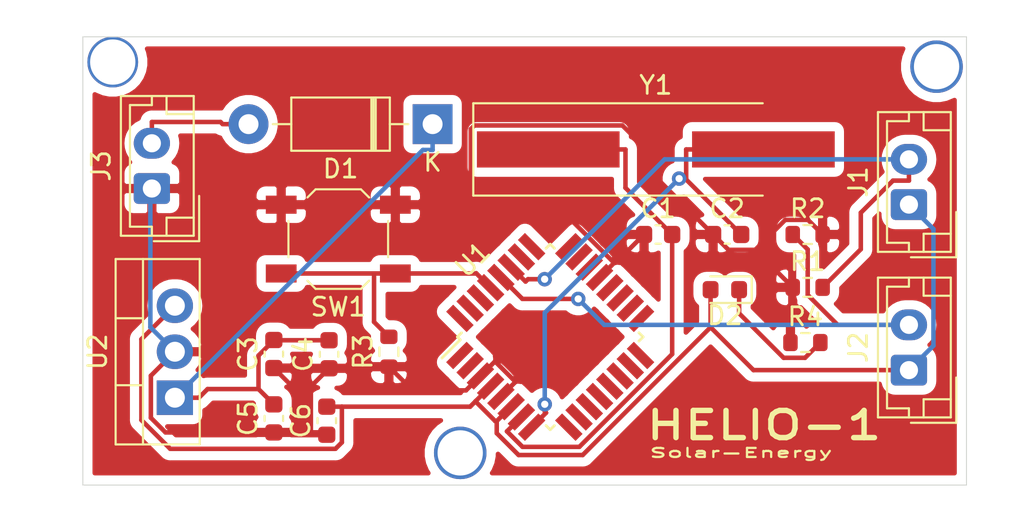
<source format=kicad_pcb>
(kicad_pcb (version 20171130) (host pcbnew 5.1.10-88a1d61d58~90~ubuntu20.10.1)

  (general
    (thickness 1.6)
    (drawings 6)
    (tracks 146)
    (zones 0)
    (modules 19)
    (nets 33)
  )

  (page A4)
  (layers
    (0 F.Cu signal)
    (31 B.Cu signal)
    (32 B.Adhes user)
    (33 F.Adhes user)
    (34 B.Paste user)
    (35 F.Paste user)
    (36 B.SilkS user)
    (37 F.SilkS user)
    (38 B.Mask user)
    (39 F.Mask user)
    (40 Dwgs.User user)
    (41 Cmts.User user)
    (42 Eco1.User user)
    (43 Eco2.User user)
    (44 Edge.Cuts user)
    (45 Margin user)
    (46 B.CrtYd user)
    (47 F.CrtYd user)
    (48 B.Fab user)
    (49 F.Fab user)
  )

  (setup
    (last_trace_width 0.25)
    (trace_clearance 0.2)
    (zone_clearance 0.508)
    (zone_45_only no)
    (trace_min 0.2)
    (via_size 0.8)
    (via_drill 0.4)
    (via_min_size 0.4)
    (via_min_drill 0.3)
    (uvia_size 0.3)
    (uvia_drill 0.1)
    (uvias_allowed no)
    (uvia_min_size 0.2)
    (uvia_min_drill 0.1)
    (edge_width 0.05)
    (segment_width 0.2)
    (pcb_text_width 0.3)
    (pcb_text_size 1.5 1.5)
    (mod_edge_width 0.12)
    (mod_text_size 1 1)
    (mod_text_width 0.15)
    (pad_size 1.524 1.524)
    (pad_drill 0.762)
    (pad_to_mask_clearance 0)
    (aux_axis_origin 0 0)
    (visible_elements FFFFFF7F)
    (pcbplotparams
      (layerselection 0x010fc_ffffffff)
      (usegerberextensions false)
      (usegerberattributes true)
      (usegerberadvancedattributes true)
      (creategerberjobfile true)
      (excludeedgelayer true)
      (linewidth 0.100000)
      (plotframeref false)
      (viasonmask false)
      (mode 1)
      (useauxorigin false)
      (hpglpennumber 1)
      (hpglpenspeed 20)
      (hpglpendiameter 15.000000)
      (psnegative false)
      (psa4output false)
      (plotreference true)
      (plotvalue true)
      (plotinvisibletext false)
      (padsonsilk false)
      (subtractmaskfromsilk false)
      (outputformat 1)
      (mirror false)
      (drillshape 1)
      (scaleselection 1)
      (outputdirectory ""))
  )

  (net 0 "")
  (net 1 "Net-(C1-Pad2)")
  (net 2 GND)
  (net 3 "Net-(C2-Pad2)")
  (net 4 "Net-(C3-Pad2)")
  (net 5 +5V)
  (net 6 "Net-(D1-Pad2)")
  (net 7 D1)
  (net 8 D2)
  (net 9 "Net-(R3-Pad2)")
  (net 10 "Net-(U1-Pad32)")
  (net 11 "Net-(U1-Pad31)")
  (net 12 "Net-(U1-Pad30)")
  (net 13 "Net-(U1-Pad26)")
  (net 14 "Net-(U1-Pad25)")
  (net 15 "Net-(U1-Pad24)")
  (net 16 "Net-(U1-Pad23)")
  (net 17 "Net-(U1-Pad22)")
  (net 18 "Net-(U1-Pad20)")
  (net 19 "Net-(U1-Pad19)")
  (net 20 "Net-(U1-Pad18)")
  (net 21 "Net-(U1-Pad17)")
  (net 22 "Net-(U1-Pad16)")
  (net 23 "Net-(U1-Pad15)")
  (net 24 "Net-(U1-Pad14)")
  (net 25 "Net-(U1-Pad13)")
  (net 26 "Net-(U1-Pad12)")
  (net 27 "Net-(U1-Pad11)")
  (net 28 "Net-(U1-Pad10)")
  (net 29 "Net-(U1-Pad9)")
  (net 30 "Net-(U1-Pad2)")
  (net 31 "Net-(U1-Pad1)")
  (net 32 "Net-(D2-Pad1)")

  (net_class Default "This is the default net class."
    (clearance 0.2)
    (trace_width 0.25)
    (via_dia 0.8)
    (via_drill 0.4)
    (uvia_dia 0.3)
    (uvia_drill 0.1)
    (add_net +5V)
    (add_net D1)
    (add_net D2)
    (add_net GND)
    (add_net "Net-(C1-Pad2)")
    (add_net "Net-(C2-Pad2)")
    (add_net "Net-(C3-Pad2)")
    (add_net "Net-(D1-Pad2)")
    (add_net "Net-(D2-Pad1)")
    (add_net "Net-(R3-Pad2)")
    (add_net "Net-(U1-Pad1)")
    (add_net "Net-(U1-Pad10)")
    (add_net "Net-(U1-Pad11)")
    (add_net "Net-(U1-Pad12)")
    (add_net "Net-(U1-Pad13)")
    (add_net "Net-(U1-Pad14)")
    (add_net "Net-(U1-Pad15)")
    (add_net "Net-(U1-Pad16)")
    (add_net "Net-(U1-Pad17)")
    (add_net "Net-(U1-Pad18)")
    (add_net "Net-(U1-Pad19)")
    (add_net "Net-(U1-Pad2)")
    (add_net "Net-(U1-Pad20)")
    (add_net "Net-(U1-Pad22)")
    (add_net "Net-(U1-Pad23)")
    (add_net "Net-(U1-Pad24)")
    (add_net "Net-(U1-Pad25)")
    (add_net "Net-(U1-Pad26)")
    (add_net "Net-(U1-Pad30)")
    (add_net "Net-(U1-Pad31)")
    (add_net "Net-(U1-Pad32)")
    (add_net "Net-(U1-Pad9)")
  )

  (module Resistor_SMD:R_0603_1608Metric (layer F.Cu) (tedit 5F68FEEE) (tstamp 61707890)
    (at 235.458 76.454)
    (descr "Resistor SMD 0603 (1608 Metric), square (rectangular) end terminal, IPC_7351 nominal, (Body size source: IPC-SM-782 page 72, https://www.pcb-3d.com/wordpress/wp-content/uploads/ipc-sm-782a_amendment_1_and_2.pdf), generated with kicad-footprint-generator")
    (tags resistor)
    (path /6177597D)
    (attr smd)
    (fp_text reference R4 (at 0 -1.43) (layer F.SilkS)
      (effects (font (size 1 1) (thickness 0.15)))
    )
    (fp_text value 220R (at 0 1.43) (layer F.Fab)
      (effects (font (size 1 1) (thickness 0.15)))
    )
    (fp_text user %R (at 0 0) (layer F.Fab)
      (effects (font (size 0.4 0.4) (thickness 0.06)))
    )
    (fp_line (start -0.8 0.4125) (end -0.8 -0.4125) (layer F.Fab) (width 0.1))
    (fp_line (start -0.8 -0.4125) (end 0.8 -0.4125) (layer F.Fab) (width 0.1))
    (fp_line (start 0.8 -0.4125) (end 0.8 0.4125) (layer F.Fab) (width 0.1))
    (fp_line (start 0.8 0.4125) (end -0.8 0.4125) (layer F.Fab) (width 0.1))
    (fp_line (start -0.237258 -0.5225) (end 0.237258 -0.5225) (layer F.SilkS) (width 0.12))
    (fp_line (start -0.237258 0.5225) (end 0.237258 0.5225) (layer F.SilkS) (width 0.12))
    (fp_line (start -1.48 0.73) (end -1.48 -0.73) (layer F.CrtYd) (width 0.05))
    (fp_line (start -1.48 -0.73) (end 1.48 -0.73) (layer F.CrtYd) (width 0.05))
    (fp_line (start 1.48 -0.73) (end 1.48 0.73) (layer F.CrtYd) (width 0.05))
    (fp_line (start 1.48 0.73) (end -1.48 0.73) (layer F.CrtYd) (width 0.05))
    (pad 2 smd roundrect (at 0.825 0) (size 0.8 0.95) (layers F.Cu F.Paste F.Mask) (roundrect_rratio 0.25)
      (net 32 "Net-(D2-Pad1)"))
    (pad 1 smd roundrect (at -0.825 0) (size 0.8 0.95) (layers F.Cu F.Paste F.Mask) (roundrect_rratio 0.25)
      (net 2 GND))
    (model ${KISYS3DMOD}/Resistor_SMD.3dshapes/R_0603_1608Metric.wrl
      (at (xyz 0 0 0))
      (scale (xyz 1 1 1))
      (rotate (xyz 0 0 0))
    )
  )

  (module LED_SMD:LED_0603_1608Metric (layer F.Cu) (tedit 5F68FEF1) (tstamp 61707765)
    (at 231.013 73.533 180)
    (descr "LED SMD 0603 (1608 Metric), square (rectangular) end terminal, IPC_7351 nominal, (Body size source: http://www.tortai-tech.com/upload/download/2011102023233369053.pdf), generated with kicad-footprint-generator")
    (tags LED)
    (path /617745CC)
    (attr smd)
    (fp_text reference D2 (at 0 -1.43) (layer F.SilkS)
      (effects (font (size 1 1) (thickness 0.15)))
    )
    (fp_text value ON (at 0 1.43) (layer F.Fab)
      (effects (font (size 1 1) (thickness 0.15)))
    )
    (fp_text user %R (at 0 0) (layer F.Fab)
      (effects (font (size 0.4 0.4) (thickness 0.06)))
    )
    (fp_line (start 0.8 -0.4) (end -0.5 -0.4) (layer F.Fab) (width 0.1))
    (fp_line (start -0.5 -0.4) (end -0.8 -0.1) (layer F.Fab) (width 0.1))
    (fp_line (start -0.8 -0.1) (end -0.8 0.4) (layer F.Fab) (width 0.1))
    (fp_line (start -0.8 0.4) (end 0.8 0.4) (layer F.Fab) (width 0.1))
    (fp_line (start 0.8 0.4) (end 0.8 -0.4) (layer F.Fab) (width 0.1))
    (fp_line (start 0.8 -0.735) (end -1.485 -0.735) (layer F.SilkS) (width 0.12))
    (fp_line (start -1.485 -0.735) (end -1.485 0.735) (layer F.SilkS) (width 0.12))
    (fp_line (start -1.485 0.735) (end 0.8 0.735) (layer F.SilkS) (width 0.12))
    (fp_line (start -1.48 0.73) (end -1.48 -0.73) (layer F.CrtYd) (width 0.05))
    (fp_line (start -1.48 -0.73) (end 1.48 -0.73) (layer F.CrtYd) (width 0.05))
    (fp_line (start 1.48 -0.73) (end 1.48 0.73) (layer F.CrtYd) (width 0.05))
    (fp_line (start 1.48 0.73) (end -1.48 0.73) (layer F.CrtYd) (width 0.05))
    (pad 2 smd roundrect (at 0.7875 0 180) (size 0.875 0.95) (layers F.Cu F.Paste F.Mask) (roundrect_rratio 0.25)
      (net 5 +5V))
    (pad 1 smd roundrect (at -0.7875 0 180) (size 0.875 0.95) (layers F.Cu F.Paste F.Mask) (roundrect_rratio 0.25)
      (net 32 "Net-(D2-Pad1)"))
    (model ${KISYS3DMOD}/LED_SMD.3dshapes/LED_0603_1608Metric.wrl
      (at (xyz 0 0 0))
      (scale (xyz 1 1 1))
      (rotate (xyz 0 0 0))
    )
  )

  (module Crystal:Crystal_SMD_HC49-SD_HandSoldering (layer F.Cu) (tedit 5A1AD52C) (tstamp 61705F8A)
    (at 227.203 65.786)
    (descr "SMD Crystal HC-49-SD http://cdn-reichelt.de/documents/datenblatt/B400/xxx-HC49-SMD.pdf, hand-soldering, 11.4x4.7mm^2 package")
    (tags "SMD SMT crystal hand-soldering")
    (path /6170C8CE)
    (attr smd)
    (fp_text reference Y1 (at 0 -3.55) (layer F.SilkS)
      (effects (font (size 1 1) (thickness 0.15)))
    )
    (fp_text value Crystal (at 0 3.55) (layer F.Fab)
      (effects (font (size 1 1) (thickness 0.15)))
    )
    (fp_arc (start 3.015 0) (end 3.015 -2.115) (angle 180) (layer F.Fab) (width 0.1))
    (fp_arc (start -3.015 0) (end -3.015 -2.115) (angle -180) (layer F.Fab) (width 0.1))
    (fp_text user %R (at 0 0) (layer F.Fab)
      (effects (font (size 1 1) (thickness 0.15)))
    )
    (fp_line (start -5.7 -2.35) (end -5.7 2.35) (layer F.Fab) (width 0.1))
    (fp_line (start -5.7 2.35) (end 5.7 2.35) (layer F.Fab) (width 0.1))
    (fp_line (start 5.7 2.35) (end 5.7 -2.35) (layer F.Fab) (width 0.1))
    (fp_line (start 5.7 -2.35) (end -5.7 -2.35) (layer F.Fab) (width 0.1))
    (fp_line (start -3.015 -2.115) (end 3.015 -2.115) (layer F.Fab) (width 0.1))
    (fp_line (start -3.015 2.115) (end 3.015 2.115) (layer F.Fab) (width 0.1))
    (fp_line (start 5.9 -2.55) (end -10.075 -2.55) (layer F.SilkS) (width 0.12))
    (fp_line (start -10.075 -2.55) (end -10.075 2.55) (layer F.SilkS) (width 0.12))
    (fp_line (start -10.075 2.55) (end 5.9 2.55) (layer F.SilkS) (width 0.12))
    (fp_line (start -10.2 -2.6) (end -10.2 2.6) (layer F.CrtYd) (width 0.05))
    (fp_line (start -10.2 2.6) (end 10.2 2.6) (layer F.CrtYd) (width 0.05))
    (fp_line (start 10.2 2.6) (end 10.2 -2.6) (layer F.CrtYd) (width 0.05))
    (fp_line (start 10.2 -2.6) (end -10.2 -2.6) (layer F.CrtYd) (width 0.05))
    (pad 2 smd rect (at 5.9375 0) (size 7.875 2) (layers F.Cu F.Paste F.Mask)
      (net 3 "Net-(C2-Pad2)"))
    (pad 1 smd rect (at -5.9375 0) (size 7.875 2) (layers F.Cu F.Paste F.Mask)
      (net 1 "Net-(C1-Pad2)"))
    (model ${KISYS3DMOD}/Crystal.3dshapes/Crystal_SMD_HC49-SD.wrl
      (at (xyz 0 0 0))
      (scale (xyz 1 1 1))
      (rotate (xyz 0 0 0))
    )
  )

  (module Package_TO_SOT_THT:TO-220-3_Vertical (layer F.Cu) (tedit 5AC8BA0D) (tstamp 61705F74)
    (at 200.66 79.502 90)
    (descr "TO-220-3, Vertical, RM 2.54mm, see https://www.vishay.com/docs/66542/to-220-1.pdf")
    (tags "TO-220-3 Vertical RM 2.54mm")
    (path /617385A4)
    (fp_text reference U2 (at 2.54 -4.27 90) (layer F.SilkS)
      (effects (font (size 1 1) (thickness 0.15)))
    )
    (fp_text value LM7805_TO220 (at 2.54 2.5 90) (layer F.Fab)
      (effects (font (size 1 1) (thickness 0.15)))
    )
    (fp_text user %R (at 2.54 -4.27 90) (layer F.Fab)
      (effects (font (size 1 1) (thickness 0.15)))
    )
    (fp_line (start -2.46 -3.15) (end -2.46 1.25) (layer F.Fab) (width 0.1))
    (fp_line (start -2.46 1.25) (end 7.54 1.25) (layer F.Fab) (width 0.1))
    (fp_line (start 7.54 1.25) (end 7.54 -3.15) (layer F.Fab) (width 0.1))
    (fp_line (start 7.54 -3.15) (end -2.46 -3.15) (layer F.Fab) (width 0.1))
    (fp_line (start -2.46 -1.88) (end 7.54 -1.88) (layer F.Fab) (width 0.1))
    (fp_line (start 0.69 -3.15) (end 0.69 -1.88) (layer F.Fab) (width 0.1))
    (fp_line (start 4.39 -3.15) (end 4.39 -1.88) (layer F.Fab) (width 0.1))
    (fp_line (start -2.58 -3.27) (end 7.66 -3.27) (layer F.SilkS) (width 0.12))
    (fp_line (start -2.58 1.371) (end 7.66 1.371) (layer F.SilkS) (width 0.12))
    (fp_line (start -2.58 -3.27) (end -2.58 1.371) (layer F.SilkS) (width 0.12))
    (fp_line (start 7.66 -3.27) (end 7.66 1.371) (layer F.SilkS) (width 0.12))
    (fp_line (start -2.58 -1.76) (end 7.66 -1.76) (layer F.SilkS) (width 0.12))
    (fp_line (start 0.69 -3.27) (end 0.69 -1.76) (layer F.SilkS) (width 0.12))
    (fp_line (start 4.391 -3.27) (end 4.391 -1.76) (layer F.SilkS) (width 0.12))
    (fp_line (start -2.71 -3.4) (end -2.71 1.51) (layer F.CrtYd) (width 0.05))
    (fp_line (start -2.71 1.51) (end 7.79 1.51) (layer F.CrtYd) (width 0.05))
    (fp_line (start 7.79 1.51) (end 7.79 -3.4) (layer F.CrtYd) (width 0.05))
    (fp_line (start 7.79 -3.4) (end -2.71 -3.4) (layer F.CrtYd) (width 0.05))
    (pad 3 thru_hole oval (at 5.08 0 90) (size 1.905 2) (drill 1.1) (layers *.Cu *.Mask)
      (net 5 +5V))
    (pad 2 thru_hole oval (at 2.54 0 90) (size 1.905 2) (drill 1.1) (layers *.Cu *.Mask)
      (net 2 GND))
    (pad 1 thru_hole rect (at 0 0 90) (size 1.905 2) (drill 1.1) (layers *.Cu *.Mask)
      (net 4 "Net-(C3-Pad2)"))
    (model ${KISYS3DMOD}/Package_TO_SOT_THT.3dshapes/TO-220-3_Vertical.wrl
      (at (xyz 0 0 0))
      (scale (xyz 1 1 1))
      (rotate (xyz 0 0 0))
    )
  )

  (module Package_QFP:TQFP-32_7x7mm_P0.8mm (layer F.Cu) (tedit 5A02F146) (tstamp 61705F5A)
    (at 221.375 76.1446 45)
    (descr "32-Lead Plastic Thin Quad Flatpack (PT) - 7x7x1.0 mm Body, 2.00 mm [TQFP] (see Microchip Packaging Specification 00000049BS.pdf)")
    (tags "QFP 0.8")
    (path /616FF874)
    (attr smd)
    (fp_text reference U1 (at 0 -6.05 45) (layer F.SilkS)
      (effects (font (size 1 1) (thickness 0.15)))
    )
    (fp_text value ATmega328-AU (at 0 6.05 45) (layer F.Fab)
      (effects (font (size 1 1) (thickness 0.15)))
    )
    (fp_text user %R (at 0 0 45) (layer F.Fab)
      (effects (font (size 1 1) (thickness 0.15)))
    )
    (fp_line (start -2.5 -3.5) (end 3.5 -3.5) (layer F.Fab) (width 0.15))
    (fp_line (start 3.5 -3.5) (end 3.5 3.5) (layer F.Fab) (width 0.15))
    (fp_line (start 3.5 3.5) (end -3.5 3.5) (layer F.Fab) (width 0.15))
    (fp_line (start -3.5 3.5) (end -3.5 -2.5) (layer F.Fab) (width 0.15))
    (fp_line (start -3.5 -2.5) (end -2.5 -3.5) (layer F.Fab) (width 0.15))
    (fp_line (start -5.3 -5.3) (end -5.3 5.3) (layer F.CrtYd) (width 0.05))
    (fp_line (start 5.3 -5.3) (end 5.3 5.3) (layer F.CrtYd) (width 0.05))
    (fp_line (start -5.3 -5.3) (end 5.3 -5.3) (layer F.CrtYd) (width 0.05))
    (fp_line (start -5.3 5.3) (end 5.3 5.3) (layer F.CrtYd) (width 0.05))
    (fp_line (start -3.625 -3.625) (end -3.625 -3.4) (layer F.SilkS) (width 0.15))
    (fp_line (start 3.625 -3.625) (end 3.625 -3.3) (layer F.SilkS) (width 0.15))
    (fp_line (start 3.625 3.625) (end 3.625 3.3) (layer F.SilkS) (width 0.15))
    (fp_line (start -3.625 3.625) (end -3.625 3.3) (layer F.SilkS) (width 0.15))
    (fp_line (start -3.625 -3.625) (end -3.3 -3.625) (layer F.SilkS) (width 0.15))
    (fp_line (start -3.625 3.625) (end -3.3 3.625) (layer F.SilkS) (width 0.15))
    (fp_line (start 3.625 3.625) (end 3.3 3.625) (layer F.SilkS) (width 0.15))
    (fp_line (start 3.625 -3.625) (end 3.3 -3.625) (layer F.SilkS) (width 0.15))
    (fp_line (start -3.625 -3.4) (end -5.05 -3.4) (layer F.SilkS) (width 0.15))
    (pad 32 smd rect (at -2.8 -4.25 135) (size 1.6 0.55) (layers F.Cu F.Paste F.Mask)
      (net 10 "Net-(U1-Pad32)"))
    (pad 31 smd rect (at -2 -4.25 135) (size 1.6 0.55) (layers F.Cu F.Paste F.Mask)
      (net 11 "Net-(U1-Pad31)"))
    (pad 30 smd rect (at -1.2 -4.25 135) (size 1.6 0.55) (layers F.Cu F.Paste F.Mask)
      (net 12 "Net-(U1-Pad30)"))
    (pad 29 smd rect (at -0.4 -4.25 135) (size 1.6 0.55) (layers F.Cu F.Paste F.Mask)
      (net 9 "Net-(R3-Pad2)"))
    (pad 28 smd rect (at 0.4 -4.25 135) (size 1.6 0.55) (layers F.Cu F.Paste F.Mask)
      (net 8 D2))
    (pad 27 smd rect (at 1.2 -4.25 135) (size 1.6 0.55) (layers F.Cu F.Paste F.Mask)
      (net 7 D1))
    (pad 26 smd rect (at 2 -4.25 135) (size 1.6 0.55) (layers F.Cu F.Paste F.Mask)
      (net 13 "Net-(U1-Pad26)"))
    (pad 25 smd rect (at 2.8 -4.25 135) (size 1.6 0.55) (layers F.Cu F.Paste F.Mask)
      (net 14 "Net-(U1-Pad25)"))
    (pad 24 smd rect (at 4.25 -2.8 45) (size 1.6 0.55) (layers F.Cu F.Paste F.Mask)
      (net 15 "Net-(U1-Pad24)"))
    (pad 23 smd rect (at 4.25 -2 45) (size 1.6 0.55) (layers F.Cu F.Paste F.Mask)
      (net 16 "Net-(U1-Pad23)"))
    (pad 22 smd rect (at 4.25 -1.2 45) (size 1.6 0.55) (layers F.Cu F.Paste F.Mask)
      (net 17 "Net-(U1-Pad22)"))
    (pad 21 smd rect (at 4.25 -0.4 45) (size 1.6 0.55) (layers F.Cu F.Paste F.Mask)
      (net 2 GND))
    (pad 20 smd rect (at 4.25 0.4 45) (size 1.6 0.55) (layers F.Cu F.Paste F.Mask)
      (net 18 "Net-(U1-Pad20)"))
    (pad 19 smd rect (at 4.25 1.2 45) (size 1.6 0.55) (layers F.Cu F.Paste F.Mask)
      (net 19 "Net-(U1-Pad19)"))
    (pad 18 smd rect (at 4.25 2 45) (size 1.6 0.55) (layers F.Cu F.Paste F.Mask)
      (net 20 "Net-(U1-Pad18)"))
    (pad 17 smd rect (at 4.25 2.8 45) (size 1.6 0.55) (layers F.Cu F.Paste F.Mask)
      (net 21 "Net-(U1-Pad17)"))
    (pad 16 smd rect (at 2.8 4.25 135) (size 1.6 0.55) (layers F.Cu F.Paste F.Mask)
      (net 22 "Net-(U1-Pad16)"))
    (pad 15 smd rect (at 2 4.25 135) (size 1.6 0.55) (layers F.Cu F.Paste F.Mask)
      (net 23 "Net-(U1-Pad15)"))
    (pad 14 smd rect (at 1.2 4.25 135) (size 1.6 0.55) (layers F.Cu F.Paste F.Mask)
      (net 24 "Net-(U1-Pad14)"))
    (pad 13 smd rect (at 0.4 4.25 135) (size 1.6 0.55) (layers F.Cu F.Paste F.Mask)
      (net 25 "Net-(U1-Pad13)"))
    (pad 12 smd rect (at -0.4 4.25 135) (size 1.6 0.55) (layers F.Cu F.Paste F.Mask)
      (net 26 "Net-(U1-Pad12)"))
    (pad 11 smd rect (at -1.2 4.25 135) (size 1.6 0.55) (layers F.Cu F.Paste F.Mask)
      (net 27 "Net-(U1-Pad11)"))
    (pad 10 smd rect (at -2 4.25 135) (size 1.6 0.55) (layers F.Cu F.Paste F.Mask)
      (net 28 "Net-(U1-Pad10)"))
    (pad 9 smd rect (at -2.8 4.25 135) (size 1.6 0.55) (layers F.Cu F.Paste F.Mask)
      (net 29 "Net-(U1-Pad9)"))
    (pad 8 smd rect (at -4.25 2.8 45) (size 1.6 0.55) (layers F.Cu F.Paste F.Mask)
      (net 3 "Net-(C2-Pad2)"))
    (pad 7 smd rect (at -4.25 2 45) (size 1.6 0.55) (layers F.Cu F.Paste F.Mask)
      (net 1 "Net-(C1-Pad2)"))
    (pad 6 smd rect (at -4.25 1.2 45) (size 1.6 0.55) (layers F.Cu F.Paste F.Mask)
      (net 5 +5V))
    (pad 5 smd rect (at -4.25 0.4 45) (size 1.6 0.55) (layers F.Cu F.Paste F.Mask)
      (net 2 GND))
    (pad 4 smd rect (at -4.25 -0.4 45) (size 1.6 0.55) (layers F.Cu F.Paste F.Mask)
      (net 5 +5V))
    (pad 3 smd rect (at -4.25 -1.2 45) (size 1.6 0.55) (layers F.Cu F.Paste F.Mask)
      (net 2 GND))
    (pad 2 smd rect (at -4.25 -2 45) (size 1.6 0.55) (layers F.Cu F.Paste F.Mask)
      (net 30 "Net-(U1-Pad2)"))
    (pad 1 smd rect (at -4.25 -2.8 45) (size 1.6 0.55) (layers F.Cu F.Paste F.Mask)
      (net 31 "Net-(U1-Pad1)"))
    (model ${KISYS3DMOD}/Package_QFP.3dshapes/TQFP-32_7x7mm_P0.8mm.wrl
      (at (xyz 0 0 0))
      (scale (xyz 1 1 1))
      (rotate (xyz 0 0 0))
    )
  )

  (module Button_Switch_SMD:SW_SPST_TL3342 (layer F.Cu) (tedit 5A02FC95) (tstamp 61705F23)
    (at 209.677 70.739 180)
    (descr "Low-profile SMD Tactile Switch, https://www.e-switch.com/system/asset/product_line/data_sheet/165/TL3342.pdf")
    (tags "SPST Tactile Switch")
    (path /61701E4B)
    (attr smd)
    (fp_text reference SW1 (at 0 -3.75) (layer F.SilkS)
      (effects (font (size 1 1) (thickness 0.15)))
    )
    (fp_text value SW_Push (at 0 3.75) (layer F.Fab)
      (effects (font (size 1 1) (thickness 0.15)))
    )
    (fp_text user %R (at 0 -3.75) (layer F.Fab)
      (effects (font (size 1 1) (thickness 0.15)))
    )
    (fp_line (start 3.2 2.1) (end 3.2 1.6) (layer F.Fab) (width 0.1))
    (fp_line (start 3.2 -2.1) (end 3.2 -1.6) (layer F.Fab) (width 0.1))
    (fp_line (start -3.2 2.1) (end -3.2 1.6) (layer F.Fab) (width 0.1))
    (fp_line (start -3.2 -2.1) (end -3.2 -1.6) (layer F.Fab) (width 0.1))
    (fp_line (start 2.7 -2.1) (end 2.7 -1.6) (layer F.Fab) (width 0.1))
    (fp_line (start 1.7 -2.1) (end 3.2 -2.1) (layer F.Fab) (width 0.1))
    (fp_line (start 3.2 -1.6) (end 2.2 -1.6) (layer F.Fab) (width 0.1))
    (fp_line (start -2.7 -2.1) (end -2.7 -1.6) (layer F.Fab) (width 0.1))
    (fp_line (start -1.7 -2.1) (end -3.2 -2.1) (layer F.Fab) (width 0.1))
    (fp_line (start -3.2 -1.6) (end -2.2 -1.6) (layer F.Fab) (width 0.1))
    (fp_line (start -2.7 2.1) (end -2.7 1.6) (layer F.Fab) (width 0.1))
    (fp_line (start -3.2 1.6) (end -2.2 1.6) (layer F.Fab) (width 0.1))
    (fp_line (start -1.7 2.1) (end -3.2 2.1) (layer F.Fab) (width 0.1))
    (fp_line (start 1.7 2.1) (end 3.2 2.1) (layer F.Fab) (width 0.1))
    (fp_line (start 2.7 2.1) (end 2.7 1.6) (layer F.Fab) (width 0.1))
    (fp_line (start 3.2 1.6) (end 2.2 1.6) (layer F.Fab) (width 0.1))
    (fp_line (start -1.7 2.3) (end -1.25 2.75) (layer F.SilkS) (width 0.12))
    (fp_line (start 1.7 2.3) (end 1.25 2.75) (layer F.SilkS) (width 0.12))
    (fp_line (start 1.7 -2.3) (end 1.25 -2.75) (layer F.SilkS) (width 0.12))
    (fp_line (start -1.7 -2.3) (end -1.25 -2.75) (layer F.SilkS) (width 0.12))
    (fp_line (start -2 -1) (end -1 -2) (layer F.Fab) (width 0.1))
    (fp_line (start -1 -2) (end 1 -2) (layer F.Fab) (width 0.1))
    (fp_line (start 1 -2) (end 2 -1) (layer F.Fab) (width 0.1))
    (fp_line (start 2 -1) (end 2 1) (layer F.Fab) (width 0.1))
    (fp_line (start 2 1) (end 1 2) (layer F.Fab) (width 0.1))
    (fp_line (start 1 2) (end -1 2) (layer F.Fab) (width 0.1))
    (fp_line (start -1 2) (end -2 1) (layer F.Fab) (width 0.1))
    (fp_line (start -2 1) (end -2 -1) (layer F.Fab) (width 0.1))
    (fp_line (start 2.75 -1) (end 2.75 1) (layer F.SilkS) (width 0.12))
    (fp_line (start -1.25 2.75) (end 1.25 2.75) (layer F.SilkS) (width 0.12))
    (fp_line (start -2.75 -1) (end -2.75 1) (layer F.SilkS) (width 0.12))
    (fp_line (start -1.25 -2.75) (end 1.25 -2.75) (layer F.SilkS) (width 0.12))
    (fp_line (start -2.6 -1.2) (end -2.6 1.2) (layer F.Fab) (width 0.1))
    (fp_line (start -2.6 1.2) (end -1.2 2.6) (layer F.Fab) (width 0.1))
    (fp_line (start -1.2 2.6) (end 1.2 2.6) (layer F.Fab) (width 0.1))
    (fp_line (start 1.2 2.6) (end 2.6 1.2) (layer F.Fab) (width 0.1))
    (fp_line (start 2.6 1.2) (end 2.6 -1.2) (layer F.Fab) (width 0.1))
    (fp_line (start 2.6 -1.2) (end 1.2 -2.6) (layer F.Fab) (width 0.1))
    (fp_line (start 1.2 -2.6) (end -1.2 -2.6) (layer F.Fab) (width 0.1))
    (fp_line (start -1.2 -2.6) (end -2.6 -1.2) (layer F.Fab) (width 0.1))
    (fp_line (start -4.25 -3) (end 4.25 -3) (layer F.CrtYd) (width 0.05))
    (fp_line (start 4.25 -3) (end 4.25 3) (layer F.CrtYd) (width 0.05))
    (fp_line (start 4.25 3) (end -4.25 3) (layer F.CrtYd) (width 0.05))
    (fp_line (start -4.25 3) (end -4.25 -3) (layer F.CrtYd) (width 0.05))
    (fp_circle (center 0 0) (end 1 0) (layer F.Fab) (width 0.1))
    (pad 2 smd rect (at 3.15 1.9 180) (size 1.7 1) (layers F.Cu F.Paste F.Mask)
      (net 2 GND))
    (pad 2 smd rect (at -3.15 1.9 180) (size 1.7 1) (layers F.Cu F.Paste F.Mask)
      (net 2 GND))
    (pad 1 smd rect (at 3.15 -1.9 180) (size 1.7 1) (layers F.Cu F.Paste F.Mask)
      (net 9 "Net-(R3-Pad2)"))
    (pad 1 smd rect (at -3.15 -1.9 180) (size 1.7 1) (layers F.Cu F.Paste F.Mask)
      (net 9 "Net-(R3-Pad2)"))
    (model ${KISYS3DMOD}/Button_Switch_SMD.3dshapes/SW_SPST_TL3342.wrl
      (at (xyz 0 0 0))
      (scale (xyz 1 1 1))
      (rotate (xyz 0 0 0))
    )
  )

  (module Resistor_SMD:R_0603_1608Metric (layer F.Cu) (tedit 5F68FEEE) (tstamp 61705EED)
    (at 212.471 76.962 90)
    (descr "Resistor SMD 0603 (1608 Metric), square (rectangular) end terminal, IPC_7351 nominal, (Body size source: IPC-SM-782 page 72, https://www.pcb-3d.com/wordpress/wp-content/uploads/ipc-sm-782a_amendment_1_and_2.pdf), generated with kicad-footprint-generator")
    (tags resistor)
    (path /61702903)
    (attr smd)
    (fp_text reference R3 (at 0 -1.43 90) (layer F.SilkS)
      (effects (font (size 1 1) (thickness 0.15)))
    )
    (fp_text value 10k (at 0 1.43 90) (layer F.Fab)
      (effects (font (size 1 1) (thickness 0.15)))
    )
    (fp_text user %R (at 0 0 90) (layer F.Fab)
      (effects (font (size 0.4 0.4) (thickness 0.06)))
    )
    (fp_line (start -0.8 0.4125) (end -0.8 -0.4125) (layer F.Fab) (width 0.1))
    (fp_line (start -0.8 -0.4125) (end 0.8 -0.4125) (layer F.Fab) (width 0.1))
    (fp_line (start 0.8 -0.4125) (end 0.8 0.4125) (layer F.Fab) (width 0.1))
    (fp_line (start 0.8 0.4125) (end -0.8 0.4125) (layer F.Fab) (width 0.1))
    (fp_line (start -0.237258 -0.5225) (end 0.237258 -0.5225) (layer F.SilkS) (width 0.12))
    (fp_line (start -0.237258 0.5225) (end 0.237258 0.5225) (layer F.SilkS) (width 0.12))
    (fp_line (start -1.48 0.73) (end -1.48 -0.73) (layer F.CrtYd) (width 0.05))
    (fp_line (start -1.48 -0.73) (end 1.48 -0.73) (layer F.CrtYd) (width 0.05))
    (fp_line (start 1.48 -0.73) (end 1.48 0.73) (layer F.CrtYd) (width 0.05))
    (fp_line (start 1.48 0.73) (end -1.48 0.73) (layer F.CrtYd) (width 0.05))
    (pad 2 smd roundrect (at 0.825 0 90) (size 0.8 0.95) (layers F.Cu F.Paste F.Mask) (roundrect_rratio 0.25)
      (net 9 "Net-(R3-Pad2)"))
    (pad 1 smd roundrect (at -0.825 0 90) (size 0.8 0.95) (layers F.Cu F.Paste F.Mask) (roundrect_rratio 0.25)
      (net 2 GND))
    (model ${KISYS3DMOD}/Resistor_SMD.3dshapes/R_0603_1608Metric.wrl
      (at (xyz 0 0 0))
      (scale (xyz 1 1 1))
      (rotate (xyz 0 0 0))
    )
  )

  (module Resistor_SMD:R_0603_1608Metric (layer F.Cu) (tedit 5F68FEEE) (tstamp 61705EDC)
    (at 235.585 70.485)
    (descr "Resistor SMD 0603 (1608 Metric), square (rectangular) end terminal, IPC_7351 nominal, (Body size source: IPC-SM-782 page 72, https://www.pcb-3d.com/wordpress/wp-content/uploads/ipc-sm-782a_amendment_1_and_2.pdf), generated with kicad-footprint-generator")
    (tags resistor)
    (path /616FEAC0)
    (attr smd)
    (fp_text reference R2 (at 0 -1.43) (layer F.SilkS)
      (effects (font (size 1 1) (thickness 0.15)))
    )
    (fp_text value 10k (at 0 1.43) (layer F.Fab)
      (effects (font (size 1 1) (thickness 0.15)))
    )
    (fp_text user %R (at 0 0) (layer F.Fab)
      (effects (font (size 0.4 0.4) (thickness 0.06)))
    )
    (fp_line (start -0.8 0.4125) (end -0.8 -0.4125) (layer F.Fab) (width 0.1))
    (fp_line (start -0.8 -0.4125) (end 0.8 -0.4125) (layer F.Fab) (width 0.1))
    (fp_line (start 0.8 -0.4125) (end 0.8 0.4125) (layer F.Fab) (width 0.1))
    (fp_line (start 0.8 0.4125) (end -0.8 0.4125) (layer F.Fab) (width 0.1))
    (fp_line (start -0.237258 -0.5225) (end 0.237258 -0.5225) (layer F.SilkS) (width 0.12))
    (fp_line (start -0.237258 0.5225) (end 0.237258 0.5225) (layer F.SilkS) (width 0.12))
    (fp_line (start -1.48 0.73) (end -1.48 -0.73) (layer F.CrtYd) (width 0.05))
    (fp_line (start -1.48 -0.73) (end 1.48 -0.73) (layer F.CrtYd) (width 0.05))
    (fp_line (start 1.48 -0.73) (end 1.48 0.73) (layer F.CrtYd) (width 0.05))
    (fp_line (start 1.48 0.73) (end -1.48 0.73) (layer F.CrtYd) (width 0.05))
    (pad 2 smd roundrect (at 0.825 0) (size 0.8 0.95) (layers F.Cu F.Paste F.Mask) (roundrect_rratio 0.25)
      (net 2 GND))
    (pad 1 smd roundrect (at -0.825 0) (size 0.8 0.95) (layers F.Cu F.Paste F.Mask) (roundrect_rratio 0.25)
      (net 8 D2))
    (model ${KISYS3DMOD}/Resistor_SMD.3dshapes/R_0603_1608Metric.wrl
      (at (xyz 0 0 0))
      (scale (xyz 1 1 1))
      (rotate (xyz 0 0 0))
    )
  )

  (module Resistor_SMD:R_0603_1608Metric (layer F.Cu) (tedit 5F68FEEE) (tstamp 61705ECB)
    (at 235.585 73.406)
    (descr "Resistor SMD 0603 (1608 Metric), square (rectangular) end terminal, IPC_7351 nominal, (Body size source: IPC-SM-782 page 72, https://www.pcb-3d.com/wordpress/wp-content/uploads/ipc-sm-782a_amendment_1_and_2.pdf), generated with kicad-footprint-generator")
    (tags resistor)
    (path /61702FAB)
    (attr smd)
    (fp_text reference R1 (at 0 -1.43) (layer F.SilkS)
      (effects (font (size 1 1) (thickness 0.15)))
    )
    (fp_text value 10k (at 0 1.43) (layer F.Fab)
      (effects (font (size 1 1) (thickness 0.15)))
    )
    (fp_text user %R (at 0 0) (layer F.Fab)
      (effects (font (size 0.4 0.4) (thickness 0.06)))
    )
    (fp_line (start -0.8 0.4125) (end -0.8 -0.4125) (layer F.Fab) (width 0.1))
    (fp_line (start -0.8 -0.4125) (end 0.8 -0.4125) (layer F.Fab) (width 0.1))
    (fp_line (start 0.8 -0.4125) (end 0.8 0.4125) (layer F.Fab) (width 0.1))
    (fp_line (start 0.8 0.4125) (end -0.8 0.4125) (layer F.Fab) (width 0.1))
    (fp_line (start -0.237258 -0.5225) (end 0.237258 -0.5225) (layer F.SilkS) (width 0.12))
    (fp_line (start -0.237258 0.5225) (end 0.237258 0.5225) (layer F.SilkS) (width 0.12))
    (fp_line (start -1.48 0.73) (end -1.48 -0.73) (layer F.CrtYd) (width 0.05))
    (fp_line (start -1.48 -0.73) (end 1.48 -0.73) (layer F.CrtYd) (width 0.05))
    (fp_line (start 1.48 -0.73) (end 1.48 0.73) (layer F.CrtYd) (width 0.05))
    (fp_line (start 1.48 0.73) (end -1.48 0.73) (layer F.CrtYd) (width 0.05))
    (pad 2 smd roundrect (at 0.825 0) (size 0.8 0.95) (layers F.Cu F.Paste F.Mask) (roundrect_rratio 0.25)
      (net 7 D1))
    (pad 1 smd roundrect (at -0.825 0) (size 0.8 0.95) (layers F.Cu F.Paste F.Mask) (roundrect_rratio 0.25)
      (net 2 GND))
    (model ${KISYS3DMOD}/Resistor_SMD.3dshapes/R_0603_1608Metric.wrl
      (at (xyz 0 0 0))
      (scale (xyz 1 1 1))
      (rotate (xyz 0 0 0))
    )
  )

  (module Connector_JST:JST_EH_B2B-EH-A_1x02_P2.50mm_Vertical (layer F.Cu) (tedit 5C28142C) (tstamp 61705EBA)
    (at 199.39 67.945 90)
    (descr "JST EH series connector, B2B-EH-A (http://www.jst-mfg.com/product/pdf/eng/eEH.pdf), generated with kicad-footprint-generator")
    (tags "connector JST EH vertical")
    (path /61732791)
    (fp_text reference J3 (at 1.25 -2.8 90) (layer F.SilkS)
      (effects (font (size 1 1) (thickness 0.15)))
    )
    (fp_text value "9V BATTERY" (at 1.25 3.4 90) (layer F.Fab)
      (effects (font (size 1 1) (thickness 0.15)))
    )
    (fp_text user %R (at 1.25 1.5 90) (layer F.Fab)
      (effects (font (size 1 1) (thickness 0.15)))
    )
    (fp_line (start -2.5 -1.6) (end -2.5 2.2) (layer F.Fab) (width 0.1))
    (fp_line (start -2.5 2.2) (end 5 2.2) (layer F.Fab) (width 0.1))
    (fp_line (start 5 2.2) (end 5 -1.6) (layer F.Fab) (width 0.1))
    (fp_line (start 5 -1.6) (end -2.5 -1.6) (layer F.Fab) (width 0.1))
    (fp_line (start -3 -2.1) (end -3 2.7) (layer F.CrtYd) (width 0.05))
    (fp_line (start -3 2.7) (end 5.5 2.7) (layer F.CrtYd) (width 0.05))
    (fp_line (start 5.5 2.7) (end 5.5 -2.1) (layer F.CrtYd) (width 0.05))
    (fp_line (start 5.5 -2.1) (end -3 -2.1) (layer F.CrtYd) (width 0.05))
    (fp_line (start -2.61 -1.71) (end -2.61 2.31) (layer F.SilkS) (width 0.12))
    (fp_line (start -2.61 2.31) (end 5.11 2.31) (layer F.SilkS) (width 0.12))
    (fp_line (start 5.11 2.31) (end 5.11 -1.71) (layer F.SilkS) (width 0.12))
    (fp_line (start 5.11 -1.71) (end -2.61 -1.71) (layer F.SilkS) (width 0.12))
    (fp_line (start -2.61 0) (end -2.11 0) (layer F.SilkS) (width 0.12))
    (fp_line (start -2.11 0) (end -2.11 -1.21) (layer F.SilkS) (width 0.12))
    (fp_line (start -2.11 -1.21) (end 4.61 -1.21) (layer F.SilkS) (width 0.12))
    (fp_line (start 4.61 -1.21) (end 4.61 0) (layer F.SilkS) (width 0.12))
    (fp_line (start 4.61 0) (end 5.11 0) (layer F.SilkS) (width 0.12))
    (fp_line (start -2.61 0.81) (end -1.61 0.81) (layer F.SilkS) (width 0.12))
    (fp_line (start -1.61 0.81) (end -1.61 2.31) (layer F.SilkS) (width 0.12))
    (fp_line (start 5.11 0.81) (end 4.11 0.81) (layer F.SilkS) (width 0.12))
    (fp_line (start 4.11 0.81) (end 4.11 2.31) (layer F.SilkS) (width 0.12))
    (fp_line (start -2.91 0.11) (end -2.91 2.61) (layer F.SilkS) (width 0.12))
    (fp_line (start -2.91 2.61) (end -0.41 2.61) (layer F.SilkS) (width 0.12))
    (fp_line (start -2.91 0.11) (end -2.91 2.61) (layer F.Fab) (width 0.1))
    (fp_line (start -2.91 2.61) (end -0.41 2.61) (layer F.Fab) (width 0.1))
    (pad 2 thru_hole oval (at 2.5 0 90) (size 1.7 2) (drill 1) (layers *.Cu *.Mask)
      (net 6 "Net-(D1-Pad2)"))
    (pad 1 thru_hole roundrect (at 0 0 90) (size 1.7 2) (drill 1) (layers *.Cu *.Mask) (roundrect_rratio 0.147059)
      (net 2 GND))
    (model ${KISYS3DMOD}/Connector_JST.3dshapes/JST_EH_B2B-EH-A_1x02_P2.50mm_Vertical.wrl
      (at (xyz 0 0 0))
      (scale (xyz 1 1 1))
      (rotate (xyz 0 0 0))
    )
  )

  (module Connector_JST:JST_EH_B2B-EH-A_1x02_P2.50mm_Vertical (layer F.Cu) (tedit 5C28142C) (tstamp 61705E9A)
    (at 241.173 77.978 90)
    (descr "JST EH series connector, B2B-EH-A (http://www.jst-mfg.com/product/pdf/eng/eEH.pdf), generated with kicad-footprint-generator")
    (tags "connector JST EH vertical")
    (path /617009F8)
    (fp_text reference J2 (at 1.25 -2.8 90) (layer F.SilkS)
      (effects (font (size 1 1) (thickness 0.15)))
    )
    (fp_text value LDR2 (at 1.25 3.4 90) (layer F.Fab)
      (effects (font (size 1 1) (thickness 0.15)))
    )
    (fp_text user %R (at 1.25 1.5 90) (layer F.Fab)
      (effects (font (size 1 1) (thickness 0.15)))
    )
    (fp_line (start -2.5 -1.6) (end -2.5 2.2) (layer F.Fab) (width 0.1))
    (fp_line (start -2.5 2.2) (end 5 2.2) (layer F.Fab) (width 0.1))
    (fp_line (start 5 2.2) (end 5 -1.6) (layer F.Fab) (width 0.1))
    (fp_line (start 5 -1.6) (end -2.5 -1.6) (layer F.Fab) (width 0.1))
    (fp_line (start -3 -2.1) (end -3 2.7) (layer F.CrtYd) (width 0.05))
    (fp_line (start -3 2.7) (end 5.5 2.7) (layer F.CrtYd) (width 0.05))
    (fp_line (start 5.5 2.7) (end 5.5 -2.1) (layer F.CrtYd) (width 0.05))
    (fp_line (start 5.5 -2.1) (end -3 -2.1) (layer F.CrtYd) (width 0.05))
    (fp_line (start -2.61 -1.71) (end -2.61 2.31) (layer F.SilkS) (width 0.12))
    (fp_line (start -2.61 2.31) (end 5.11 2.31) (layer F.SilkS) (width 0.12))
    (fp_line (start 5.11 2.31) (end 5.11 -1.71) (layer F.SilkS) (width 0.12))
    (fp_line (start 5.11 -1.71) (end -2.61 -1.71) (layer F.SilkS) (width 0.12))
    (fp_line (start -2.61 0) (end -2.11 0) (layer F.SilkS) (width 0.12))
    (fp_line (start -2.11 0) (end -2.11 -1.21) (layer F.SilkS) (width 0.12))
    (fp_line (start -2.11 -1.21) (end 4.61 -1.21) (layer F.SilkS) (width 0.12))
    (fp_line (start 4.61 -1.21) (end 4.61 0) (layer F.SilkS) (width 0.12))
    (fp_line (start 4.61 0) (end 5.11 0) (layer F.SilkS) (width 0.12))
    (fp_line (start -2.61 0.81) (end -1.61 0.81) (layer F.SilkS) (width 0.12))
    (fp_line (start -1.61 0.81) (end -1.61 2.31) (layer F.SilkS) (width 0.12))
    (fp_line (start 5.11 0.81) (end 4.11 0.81) (layer F.SilkS) (width 0.12))
    (fp_line (start 4.11 0.81) (end 4.11 2.31) (layer F.SilkS) (width 0.12))
    (fp_line (start -2.91 0.11) (end -2.91 2.61) (layer F.SilkS) (width 0.12))
    (fp_line (start -2.91 2.61) (end -0.41 2.61) (layer F.SilkS) (width 0.12))
    (fp_line (start -2.91 0.11) (end -2.91 2.61) (layer F.Fab) (width 0.1))
    (fp_line (start -2.91 2.61) (end -0.41 2.61) (layer F.Fab) (width 0.1))
    (pad 2 thru_hole oval (at 2.5 0 90) (size 1.7 2) (drill 1) (layers *.Cu *.Mask)
      (net 8 D2))
    (pad 1 thru_hole roundrect (at 0 0 90) (size 1.7 2) (drill 1) (layers *.Cu *.Mask) (roundrect_rratio 0.147059)
      (net 5 +5V))
    (model ${KISYS3DMOD}/Connector_JST.3dshapes/JST_EH_B2B-EH-A_1x02_P2.50mm_Vertical.wrl
      (at (xyz 0 0 0))
      (scale (xyz 1 1 1))
      (rotate (xyz 0 0 0))
    )
  )

  (module Connector_JST:JST_EH_B2B-EH-A_1x02_P2.50mm_Vertical (layer F.Cu) (tedit 5C28142C) (tstamp 61705E7A)
    (at 241.173 68.834 90)
    (descr "JST EH series connector, B2B-EH-A (http://www.jst-mfg.com/product/pdf/eng/eEH.pdf), generated with kicad-footprint-generator")
    (tags "connector JST EH vertical")
    (path /617038A3)
    (fp_text reference J1 (at 1.25 -2.8 90) (layer F.SilkS)
      (effects (font (size 1 1) (thickness 0.15)))
    )
    (fp_text value LDR1 (at 1.25 3.4 90) (layer F.Fab)
      (effects (font (size 1 1) (thickness 0.15)))
    )
    (fp_text user %R (at 1.25 1.5 90) (layer F.Fab)
      (effects (font (size 1 1) (thickness 0.15)))
    )
    (fp_line (start -2.5 -1.6) (end -2.5 2.2) (layer F.Fab) (width 0.1))
    (fp_line (start -2.5 2.2) (end 5 2.2) (layer F.Fab) (width 0.1))
    (fp_line (start 5 2.2) (end 5 -1.6) (layer F.Fab) (width 0.1))
    (fp_line (start 5 -1.6) (end -2.5 -1.6) (layer F.Fab) (width 0.1))
    (fp_line (start -3 -2.1) (end -3 2.7) (layer F.CrtYd) (width 0.05))
    (fp_line (start -3 2.7) (end 5.5 2.7) (layer F.CrtYd) (width 0.05))
    (fp_line (start 5.5 2.7) (end 5.5 -2.1) (layer F.CrtYd) (width 0.05))
    (fp_line (start 5.5 -2.1) (end -3 -2.1) (layer F.CrtYd) (width 0.05))
    (fp_line (start -2.61 -1.71) (end -2.61 2.31) (layer F.SilkS) (width 0.12))
    (fp_line (start -2.61 2.31) (end 5.11 2.31) (layer F.SilkS) (width 0.12))
    (fp_line (start 5.11 2.31) (end 5.11 -1.71) (layer F.SilkS) (width 0.12))
    (fp_line (start 5.11 -1.71) (end -2.61 -1.71) (layer F.SilkS) (width 0.12))
    (fp_line (start -2.61 0) (end -2.11 0) (layer F.SilkS) (width 0.12))
    (fp_line (start -2.11 0) (end -2.11 -1.21) (layer F.SilkS) (width 0.12))
    (fp_line (start -2.11 -1.21) (end 4.61 -1.21) (layer F.SilkS) (width 0.12))
    (fp_line (start 4.61 -1.21) (end 4.61 0) (layer F.SilkS) (width 0.12))
    (fp_line (start 4.61 0) (end 5.11 0) (layer F.SilkS) (width 0.12))
    (fp_line (start -2.61 0.81) (end -1.61 0.81) (layer F.SilkS) (width 0.12))
    (fp_line (start -1.61 0.81) (end -1.61 2.31) (layer F.SilkS) (width 0.12))
    (fp_line (start 5.11 0.81) (end 4.11 0.81) (layer F.SilkS) (width 0.12))
    (fp_line (start 4.11 0.81) (end 4.11 2.31) (layer F.SilkS) (width 0.12))
    (fp_line (start -2.91 0.11) (end -2.91 2.61) (layer F.SilkS) (width 0.12))
    (fp_line (start -2.91 2.61) (end -0.41 2.61) (layer F.SilkS) (width 0.12))
    (fp_line (start -2.91 0.11) (end -2.91 2.61) (layer F.Fab) (width 0.1))
    (fp_line (start -2.91 2.61) (end -0.41 2.61) (layer F.Fab) (width 0.1))
    (pad 2 thru_hole oval (at 2.5 0 90) (size 1.7 2) (drill 1) (layers *.Cu *.Mask)
      (net 7 D1))
    (pad 1 thru_hole roundrect (at 0 0 90) (size 1.7 2) (drill 1) (layers *.Cu *.Mask) (roundrect_rratio 0.147059)
      (net 5 +5V))
    (model ${KISYS3DMOD}/Connector_JST.3dshapes/JST_EH_B2B-EH-A_1x02_P2.50mm_Vertical.wrl
      (at (xyz 0 0 0))
      (scale (xyz 1 1 1))
      (rotate (xyz 0 0 0))
    )
  )

  (module Diode_THT:D_DO-41_SOD81_P10.16mm_Horizontal (layer F.Cu) (tedit 5AE50CD5) (tstamp 61705E5A)
    (at 214.884 64.389 180)
    (descr "Diode, DO-41_SOD81 series, Axial, Horizontal, pin pitch=10.16mm, , length*diameter=5.2*2.7mm^2, , http://www.diodes.com/_files/packages/DO-41%20(Plastic).pdf")
    (tags "Diode DO-41_SOD81 series Axial Horizontal pin pitch 10.16mm  length 5.2mm diameter 2.7mm")
    (path /617399B8)
    (fp_text reference D1 (at 5.08 -2.47) (layer F.SilkS)
      (effects (font (size 1 1) (thickness 0.15)))
    )
    (fp_text value 1N4001 (at 5.08 2.47) (layer F.Fab)
      (effects (font (size 1 1) (thickness 0.15)))
    )
    (fp_text user K (at 0 -2.1) (layer F.SilkS)
      (effects (font (size 1 1) (thickness 0.15)))
    )
    (fp_text user K (at 0 -2.1) (layer F.Fab)
      (effects (font (size 1 1) (thickness 0.15)))
    )
    (fp_text user %R (at 5.47 0) (layer F.Fab)
      (effects (font (size 1 1) (thickness 0.15)))
    )
    (fp_line (start 2.48 -1.35) (end 2.48 1.35) (layer F.Fab) (width 0.1))
    (fp_line (start 2.48 1.35) (end 7.68 1.35) (layer F.Fab) (width 0.1))
    (fp_line (start 7.68 1.35) (end 7.68 -1.35) (layer F.Fab) (width 0.1))
    (fp_line (start 7.68 -1.35) (end 2.48 -1.35) (layer F.Fab) (width 0.1))
    (fp_line (start 0 0) (end 2.48 0) (layer F.Fab) (width 0.1))
    (fp_line (start 10.16 0) (end 7.68 0) (layer F.Fab) (width 0.1))
    (fp_line (start 3.26 -1.35) (end 3.26 1.35) (layer F.Fab) (width 0.1))
    (fp_line (start 3.36 -1.35) (end 3.36 1.35) (layer F.Fab) (width 0.1))
    (fp_line (start 3.16 -1.35) (end 3.16 1.35) (layer F.Fab) (width 0.1))
    (fp_line (start 2.36 -1.47) (end 2.36 1.47) (layer F.SilkS) (width 0.12))
    (fp_line (start 2.36 1.47) (end 7.8 1.47) (layer F.SilkS) (width 0.12))
    (fp_line (start 7.8 1.47) (end 7.8 -1.47) (layer F.SilkS) (width 0.12))
    (fp_line (start 7.8 -1.47) (end 2.36 -1.47) (layer F.SilkS) (width 0.12))
    (fp_line (start 1.34 0) (end 2.36 0) (layer F.SilkS) (width 0.12))
    (fp_line (start 8.82 0) (end 7.8 0) (layer F.SilkS) (width 0.12))
    (fp_line (start 3.26 -1.47) (end 3.26 1.47) (layer F.SilkS) (width 0.12))
    (fp_line (start 3.38 -1.47) (end 3.38 1.47) (layer F.SilkS) (width 0.12))
    (fp_line (start 3.14 -1.47) (end 3.14 1.47) (layer F.SilkS) (width 0.12))
    (fp_line (start -1.35 -1.6) (end -1.35 1.6) (layer F.CrtYd) (width 0.05))
    (fp_line (start -1.35 1.6) (end 11.51 1.6) (layer F.CrtYd) (width 0.05))
    (fp_line (start 11.51 1.6) (end 11.51 -1.6) (layer F.CrtYd) (width 0.05))
    (fp_line (start 11.51 -1.6) (end -1.35 -1.6) (layer F.CrtYd) (width 0.05))
    (pad 2 thru_hole oval (at 10.16 0 180) (size 2.2 2.2) (drill 1.1) (layers *.Cu *.Mask)
      (net 6 "Net-(D1-Pad2)"))
    (pad 1 thru_hole rect (at 0 0 180) (size 2.2 2.2) (drill 1.1) (layers *.Cu *.Mask)
      (net 4 "Net-(C3-Pad2)"))
    (model ${KISYS3DMOD}/Diode_THT.3dshapes/D_DO-41_SOD81_P10.16mm_Horizontal.wrl
      (at (xyz 0 0 0))
      (scale (xyz 1 1 1))
      (rotate (xyz 0 0 0))
    )
  )

  (module Capacitor_SMD:C_0603_1608Metric (layer F.Cu) (tedit 5F68FEEE) (tstamp 61705E3B)
    (at 209.042 80.772 90)
    (descr "Capacitor SMD 0603 (1608 Metric), square (rectangular) end terminal, IPC_7351 nominal, (Body size source: IPC-SM-782 page 76, https://www.pcb-3d.com/wordpress/wp-content/uploads/ipc-sm-782a_amendment_1_and_2.pdf), generated with kicad-footprint-generator")
    (tags capacitor)
    (path /61748FE0)
    (attr smd)
    (fp_text reference C6 (at 0 -1.43 90) (layer F.SilkS)
      (effects (font (size 1 1) (thickness 0.15)))
    )
    (fp_text value 0.1uF (at 0 1.43 90) (layer F.Fab)
      (effects (font (size 1 1) (thickness 0.15)))
    )
    (fp_text user %R (at 0 0 90) (layer F.Fab)
      (effects (font (size 0.4 0.4) (thickness 0.06)))
    )
    (fp_line (start -0.8 0.4) (end -0.8 -0.4) (layer F.Fab) (width 0.1))
    (fp_line (start -0.8 -0.4) (end 0.8 -0.4) (layer F.Fab) (width 0.1))
    (fp_line (start 0.8 -0.4) (end 0.8 0.4) (layer F.Fab) (width 0.1))
    (fp_line (start 0.8 0.4) (end -0.8 0.4) (layer F.Fab) (width 0.1))
    (fp_line (start -0.14058 -0.51) (end 0.14058 -0.51) (layer F.SilkS) (width 0.12))
    (fp_line (start -0.14058 0.51) (end 0.14058 0.51) (layer F.SilkS) (width 0.12))
    (fp_line (start -1.48 0.73) (end -1.48 -0.73) (layer F.CrtYd) (width 0.05))
    (fp_line (start -1.48 -0.73) (end 1.48 -0.73) (layer F.CrtYd) (width 0.05))
    (fp_line (start 1.48 -0.73) (end 1.48 0.73) (layer F.CrtYd) (width 0.05))
    (fp_line (start 1.48 0.73) (end -1.48 0.73) (layer F.CrtYd) (width 0.05))
    (pad 2 smd roundrect (at 0.775 0 90) (size 0.9 0.95) (layers F.Cu F.Paste F.Mask) (roundrect_rratio 0.25)
      (net 5 +5V))
    (pad 1 smd roundrect (at -0.775 0 90) (size 0.9 0.95) (layers F.Cu F.Paste F.Mask) (roundrect_rratio 0.25)
      (net 2 GND))
    (model ${KISYS3DMOD}/Capacitor_SMD.3dshapes/C_0603_1608Metric.wrl
      (at (xyz 0 0 0))
      (scale (xyz 1 1 1))
      (rotate (xyz 0 0 0))
    )
  )

  (module Capacitor_SMD:C_0603_1608Metric (layer F.Cu) (tedit 5F68FEEE) (tstamp 61705E2A)
    (at 206.121 80.645 90)
    (descr "Capacitor SMD 0603 (1608 Metric), square (rectangular) end terminal, IPC_7351 nominal, (Body size source: IPC-SM-782 page 76, https://www.pcb-3d.com/wordpress/wp-content/uploads/ipc-sm-782a_amendment_1_and_2.pdf), generated with kicad-footprint-generator")
    (tags capacitor)
    (path /6174856F)
    (attr smd)
    (fp_text reference C5 (at 0 -1.43 90) (layer F.SilkS)
      (effects (font (size 1 1) (thickness 0.15)))
    )
    (fp_text value 0.22uF (at 0 1.43 90) (layer F.Fab)
      (effects (font (size 1 1) (thickness 0.15)))
    )
    (fp_text user %R (at 0 0 90) (layer F.Fab)
      (effects (font (size 0.4 0.4) (thickness 0.06)))
    )
    (fp_line (start -0.8 0.4) (end -0.8 -0.4) (layer F.Fab) (width 0.1))
    (fp_line (start -0.8 -0.4) (end 0.8 -0.4) (layer F.Fab) (width 0.1))
    (fp_line (start 0.8 -0.4) (end 0.8 0.4) (layer F.Fab) (width 0.1))
    (fp_line (start 0.8 0.4) (end -0.8 0.4) (layer F.Fab) (width 0.1))
    (fp_line (start -0.14058 -0.51) (end 0.14058 -0.51) (layer F.SilkS) (width 0.12))
    (fp_line (start -0.14058 0.51) (end 0.14058 0.51) (layer F.SilkS) (width 0.12))
    (fp_line (start -1.48 0.73) (end -1.48 -0.73) (layer F.CrtYd) (width 0.05))
    (fp_line (start -1.48 -0.73) (end 1.48 -0.73) (layer F.CrtYd) (width 0.05))
    (fp_line (start 1.48 -0.73) (end 1.48 0.73) (layer F.CrtYd) (width 0.05))
    (fp_line (start 1.48 0.73) (end -1.48 0.73) (layer F.CrtYd) (width 0.05))
    (pad 2 smd roundrect (at 0.775 0 90) (size 0.9 0.95) (layers F.Cu F.Paste F.Mask) (roundrect_rratio 0.25)
      (net 4 "Net-(C3-Pad2)"))
    (pad 1 smd roundrect (at -0.775 0 90) (size 0.9 0.95) (layers F.Cu F.Paste F.Mask) (roundrect_rratio 0.25)
      (net 2 GND))
    (model ${KISYS3DMOD}/Capacitor_SMD.3dshapes/C_0603_1608Metric.wrl
      (at (xyz 0 0 0))
      (scale (xyz 1 1 1))
      (rotate (xyz 0 0 0))
    )
  )

  (module Capacitor_SMD:C_0603_1608Metric (layer F.Cu) (tedit 5F68FEEE) (tstamp 61705E19)
    (at 209.169 77.102 90)
    (descr "Capacitor SMD 0603 (1608 Metric), square (rectangular) end terminal, IPC_7351 nominal, (Body size source: IPC-SM-782 page 76, https://www.pcb-3d.com/wordpress/wp-content/uploads/ipc-sm-782a_amendment_1_and_2.pdf), generated with kicad-footprint-generator")
    (tags capacitor)
    (path /617436C7)
    (attr smd)
    (fp_text reference C4 (at 0 -1.43 90) (layer F.SilkS)
      (effects (font (size 1 1) (thickness 0.15)))
    )
    (fp_text value 100nF (at 0 1.43 90) (layer F.Fab)
      (effects (font (size 1 1) (thickness 0.15)))
    )
    (fp_text user %R (at 0 0 90) (layer F.Fab)
      (effects (font (size 0.4 0.4) (thickness 0.06)))
    )
    (fp_line (start -0.8 0.4) (end -0.8 -0.4) (layer F.Fab) (width 0.1))
    (fp_line (start -0.8 -0.4) (end 0.8 -0.4) (layer F.Fab) (width 0.1))
    (fp_line (start 0.8 -0.4) (end 0.8 0.4) (layer F.Fab) (width 0.1))
    (fp_line (start 0.8 0.4) (end -0.8 0.4) (layer F.Fab) (width 0.1))
    (fp_line (start -0.14058 -0.51) (end 0.14058 -0.51) (layer F.SilkS) (width 0.12))
    (fp_line (start -0.14058 0.51) (end 0.14058 0.51) (layer F.SilkS) (width 0.12))
    (fp_line (start -1.48 0.73) (end -1.48 -0.73) (layer F.CrtYd) (width 0.05))
    (fp_line (start -1.48 -0.73) (end 1.48 -0.73) (layer F.CrtYd) (width 0.05))
    (fp_line (start 1.48 -0.73) (end 1.48 0.73) (layer F.CrtYd) (width 0.05))
    (fp_line (start 1.48 0.73) (end -1.48 0.73) (layer F.CrtYd) (width 0.05))
    (pad 2 smd roundrect (at 0.775 0 90) (size 0.9 0.95) (layers F.Cu F.Paste F.Mask) (roundrect_rratio 0.25)
      (net 4 "Net-(C3-Pad2)"))
    (pad 1 smd roundrect (at -0.775 0 90) (size 0.9 0.95) (layers F.Cu F.Paste F.Mask) (roundrect_rratio 0.25)
      (net 2 GND))
    (model ${KISYS3DMOD}/Capacitor_SMD.3dshapes/C_0603_1608Metric.wrl
      (at (xyz 0 0 0))
      (scale (xyz 1 1 1))
      (rotate (xyz 0 0 0))
    )
  )

  (module Capacitor_SMD:C_0603_1608Metric (layer F.Cu) (tedit 5F68FEEE) (tstamp 61705E08)
    (at 206.121 77.089 90)
    (descr "Capacitor SMD 0603 (1608 Metric), square (rectangular) end terminal, IPC_7351 nominal, (Body size source: IPC-SM-782 page 76, https://www.pcb-3d.com/wordpress/wp-content/uploads/ipc-sm-782a_amendment_1_and_2.pdf), generated with kicad-footprint-generator")
    (tags capacitor)
    (path /6173CE43)
    (attr smd)
    (fp_text reference C3 (at 0 -1.43 90) (layer F.SilkS)
      (effects (font (size 1 1) (thickness 0.15)))
    )
    (fp_text value 100nF (at 0 1.43 90) (layer F.Fab)
      (effects (font (size 1 1) (thickness 0.15)))
    )
    (fp_text user %R (at -4.953 0 90) (layer F.Fab)
      (effects (font (size 0.4 0.4) (thickness 0.06)))
    )
    (fp_line (start -0.8 0.4) (end -0.8 -0.4) (layer F.Fab) (width 0.1))
    (fp_line (start -0.8 -0.4) (end 0.8 -0.4) (layer F.Fab) (width 0.1))
    (fp_line (start 0.8 -0.4) (end 0.8 0.4) (layer F.Fab) (width 0.1))
    (fp_line (start 0.8 0.4) (end -0.8 0.4) (layer F.Fab) (width 0.1))
    (fp_line (start -0.14058 -0.51) (end 0.14058 -0.51) (layer F.SilkS) (width 0.12))
    (fp_line (start -0.14058 0.51) (end 0.14058 0.51) (layer F.SilkS) (width 0.12))
    (fp_line (start -1.48 0.73) (end -1.48 -0.73) (layer F.CrtYd) (width 0.05))
    (fp_line (start -1.48 -0.73) (end 1.48 -0.73) (layer F.CrtYd) (width 0.05))
    (fp_line (start 1.48 -0.73) (end 1.48 0.73) (layer F.CrtYd) (width 0.05))
    (fp_line (start 1.48 0.73) (end -1.48 0.73) (layer F.CrtYd) (width 0.05))
    (pad 2 smd roundrect (at 0.775 0 90) (size 0.9 0.95) (layers F.Cu F.Paste F.Mask) (roundrect_rratio 0.25)
      (net 4 "Net-(C3-Pad2)"))
    (pad 1 smd roundrect (at -0.775 0 90) (size 0.9 0.95) (layers F.Cu F.Paste F.Mask) (roundrect_rratio 0.25)
      (net 2 GND))
    (model ${KISYS3DMOD}/Capacitor_SMD.3dshapes/C_0603_1608Metric.wrl
      (at (xyz 0 0 0))
      (scale (xyz 1 1 1))
      (rotate (xyz 0 0 0))
    )
  )

  (module Capacitor_SMD:C_0603_1608Metric (layer F.Cu) (tedit 5F68FEEE) (tstamp 61705DF7)
    (at 231.14 70.485)
    (descr "Capacitor SMD 0603 (1608 Metric), square (rectangular) end terminal, IPC_7351 nominal, (Body size source: IPC-SM-782 page 76, https://www.pcb-3d.com/wordpress/wp-content/uploads/ipc-sm-782a_amendment_1_and_2.pdf), generated with kicad-footprint-generator")
    (tags capacitor)
    (path /61710B1B)
    (attr smd)
    (fp_text reference C2 (at 0 -1.43) (layer F.SilkS)
      (effects (font (size 1 1) (thickness 0.15)))
    )
    (fp_text value 22pF (at 0 1.43) (layer F.Fab)
      (effects (font (size 1 1) (thickness 0.15)))
    )
    (fp_text user %R (at 0 0) (layer F.Fab)
      (effects (font (size 0.4 0.4) (thickness 0.06)))
    )
    (fp_line (start -0.8 0.4) (end -0.8 -0.4) (layer F.Fab) (width 0.1))
    (fp_line (start -0.8 -0.4) (end 0.8 -0.4) (layer F.Fab) (width 0.1))
    (fp_line (start 0.8 -0.4) (end 0.8 0.4) (layer F.Fab) (width 0.1))
    (fp_line (start 0.8 0.4) (end -0.8 0.4) (layer F.Fab) (width 0.1))
    (fp_line (start -0.14058 -0.51) (end 0.14058 -0.51) (layer F.SilkS) (width 0.12))
    (fp_line (start -0.14058 0.51) (end 0.14058 0.51) (layer F.SilkS) (width 0.12))
    (fp_line (start -1.48 0.73) (end -1.48 -0.73) (layer F.CrtYd) (width 0.05))
    (fp_line (start -1.48 -0.73) (end 1.48 -0.73) (layer F.CrtYd) (width 0.05))
    (fp_line (start 1.48 -0.73) (end 1.48 0.73) (layer F.CrtYd) (width 0.05))
    (fp_line (start 1.48 0.73) (end -1.48 0.73) (layer F.CrtYd) (width 0.05))
    (pad 2 smd roundrect (at 0.775 0) (size 0.9 0.95) (layers F.Cu F.Paste F.Mask) (roundrect_rratio 0.25)
      (net 3 "Net-(C2-Pad2)"))
    (pad 1 smd roundrect (at -0.775 0) (size 0.9 0.95) (layers F.Cu F.Paste F.Mask) (roundrect_rratio 0.25)
      (net 2 GND))
    (model ${KISYS3DMOD}/Capacitor_SMD.3dshapes/C_0603_1608Metric.wrl
      (at (xyz 0 0 0))
      (scale (xyz 1 1 1))
      (rotate (xyz 0 0 0))
    )
  )

  (module Capacitor_SMD:C_0603_1608Metric (layer F.Cu) (tedit 5F68FEEE) (tstamp 61705DE6)
    (at 227.33 70.485)
    (descr "Capacitor SMD 0603 (1608 Metric), square (rectangular) end terminal, IPC_7351 nominal, (Body size source: IPC-SM-782 page 76, https://www.pcb-3d.com/wordpress/wp-content/uploads/ipc-sm-782a_amendment_1_and_2.pdf), generated with kicad-footprint-generator")
    (tags capacitor)
    (path /6170FEA9)
    (attr smd)
    (fp_text reference C1 (at 0 -1.43) (layer F.SilkS)
      (effects (font (size 1 1) (thickness 0.15)))
    )
    (fp_text value 22pF (at 0 1.43) (layer F.Fab)
      (effects (font (size 1 1) (thickness 0.15)))
    )
    (fp_text user %R (at 0 0) (layer F.Fab)
      (effects (font (size 0.4 0.4) (thickness 0.06)))
    )
    (fp_line (start -0.8 0.4) (end -0.8 -0.4) (layer F.Fab) (width 0.1))
    (fp_line (start -0.8 -0.4) (end 0.8 -0.4) (layer F.Fab) (width 0.1))
    (fp_line (start 0.8 -0.4) (end 0.8 0.4) (layer F.Fab) (width 0.1))
    (fp_line (start 0.8 0.4) (end -0.8 0.4) (layer F.Fab) (width 0.1))
    (fp_line (start -0.14058 -0.51) (end 0.14058 -0.51) (layer F.SilkS) (width 0.12))
    (fp_line (start -0.14058 0.51) (end 0.14058 0.51) (layer F.SilkS) (width 0.12))
    (fp_line (start -1.48 0.73) (end -1.48 -0.73) (layer F.CrtYd) (width 0.05))
    (fp_line (start -1.48 -0.73) (end 1.48 -0.73) (layer F.CrtYd) (width 0.05))
    (fp_line (start 1.48 -0.73) (end 1.48 0.73) (layer F.CrtYd) (width 0.05))
    (fp_line (start 1.48 0.73) (end -1.48 0.73) (layer F.CrtYd) (width 0.05))
    (pad 2 smd roundrect (at 0.775 0) (size 0.9 0.95) (layers F.Cu F.Paste F.Mask) (roundrect_rratio 0.25)
      (net 1 "Net-(C1-Pad2)"))
    (pad 1 smd roundrect (at -0.775 0) (size 0.9 0.95) (layers F.Cu F.Paste F.Mask) (roundrect_rratio 0.25)
      (net 2 GND))
    (model ${KISYS3DMOD}/Capacitor_SMD.3dshapes/C_0603_1608Metric.wrl
      (at (xyz 0 0 0))
      (scale (xyz 1 1 1))
      (rotate (xyz 0 0 0))
    )
  )

  (gr_line (start 244.348 59.563) (end 244.348 84.328) (layer Edge.Cuts) (width 0.05) (tstamp 61707B78))
  (gr_line (start 195.58 84.328) (end 244.348 84.328) (layer Edge.Cuts) (width 0.05))
  (gr_line (start 195.58 59.563) (end 244.348 59.563) (layer Edge.Cuts) (width 0.05))
  (gr_line (start 195.58 59.563) (end 195.58 84.328) (layer Edge.Cuts) (width 0.05))
  (gr_text Solar-Energy (at 231.902 82.55) (layer F.SilkS)
    (effects (font (size 0.5 1) (thickness 0.125)))
  )
  (gr_text HELIO-1 (at 233.172 81.026) (layer F.SilkS)
    (effects (font (size 1.5 2) (thickness 0.3)))
  )

  (via (at 216.408 82.55) (size 2.9) (drill 2.5) (layers F.Cu B.Cu) (net 0))
  (via (at 242.697 61.214) (size 2.9) (drill 2.5) (layers F.Cu B.Cu) (net 0) (tstamp 61707B84))
  (via (at 197.231 60.96) (size 2.8) (drill 2.5) (layers F.Cu B.Cu) (net 0) (tstamp 61707B84))
  (segment (start 221.2655 65.786) (end 225.5283 65.786) (width 0.25) (layer F.Cu) (net 1))
  (segment (start 228.105 70.485) (end 225.5283 67.9083) (width 0.25) (layer F.Cu) (net 1))
  (segment (start 225.5283 67.9083) (end 225.5283 65.786) (width 0.25) (layer F.Cu) (net 1))
  (segment (start 218.9882 81.3598) (end 219.846 82.2176) (width 0.25) (layer F.Cu) (net 1))
  (segment (start 219.846 82.2176) (end 222.9809 82.2176) (width 0.25) (layer F.Cu) (net 1))
  (segment (start 222.9809 82.2176) (end 228.105 77.0935) (width 0.25) (layer F.Cu) (net 1))
  (segment (start 228.105 77.0935) (end 228.105 70.485) (width 0.25) (layer F.Cu) (net 1))
  (segment (start 219.784 80.564) (end 218.9882 81.3598) (width 0.25) (layer F.Cu) (net 1))
  (segment (start 232.6886 71.3345) (end 232.6885 71.3346) (width 0.25) (layer F.Cu) (net 2))
  (segment (start 232.6885 71.3346) (end 231.2147 71.3346) (width 0.25) (layer F.Cu) (net 2))
  (segment (start 231.2147 71.3346) (end 230.3651 70.485) (width 0.25) (layer F.Cu) (net 2))
  (segment (start 230.3651 70.485) (end 230.365 70.485) (width 0.25) (layer F.Cu) (net 2))
  (segment (start 236.41 70.485) (end 235.6019 69.6769) (width 0.25) (layer F.Cu) (net 2))
  (segment (start 235.6019 69.6769) (end 234.3462 69.6769) (width 0.25) (layer F.Cu) (net 2))
  (segment (start 234.3462 69.6769) (end 232.6886 71.3345) (width 0.25) (layer F.Cu) (net 2))
  (segment (start 232.6886 71.3345) (end 234.76 73.406) (width 0.25) (layer F.Cu) (net 2))
  (segment (start 216.9901 68.839) (end 216.9901 64.661) (width 0.25) (layer F.Cu) (net 2))
  (segment (start 216.9901 64.661) (end 217.1905 64.4606) (width 0.25) (layer F.Cu) (net 2))
  (segment (start 217.1905 64.4606) (end 225.3585 64.4606) (width 0.25) (layer F.Cu) (net 2))
  (segment (start 225.3585 64.4606) (end 226.3782 65.4803) (width 0.25) (layer F.Cu) (net 2))
  (segment (start 226.3782 65.4803) (end 226.3782 66.4982) (width 0.25) (layer F.Cu) (net 2))
  (segment (start 226.3782 66.4982) (end 230.365 70.485) (width 0.25) (layer F.Cu) (net 2))
  (segment (start 212.471 77.787) (end 213.781 79.097) (width 0.25) (layer F.Cu) (net 2))
  (segment (start 213.781 79.097) (end 216.7256 79.097) (width 0.25) (layer F.Cu) (net 2))
  (segment (start 209.169 77.877) (end 212.381 77.877) (width 0.25) (layer F.Cu) (net 2))
  (segment (start 212.381 77.877) (end 212.471 77.787) (width 0.25) (layer F.Cu) (net 2))
  (segment (start 217.5213 78.3013) (end 216.7256 79.097) (width 0.25) (layer F.Cu) (net 2))
  (segment (start 216.9901 68.839) (end 212.827 68.839) (width 0.25) (layer F.Cu) (net 2))
  (segment (start 224.8932 72.0431) (end 221.6891 68.839) (width 0.25) (layer F.Cu) (net 2))
  (segment (start 221.6891 68.839) (end 216.9901 68.839) (width 0.25) (layer F.Cu) (net 2))
  (segment (start 224.8931 72.0609) (end 224.8932 72.0609) (width 0.25) (layer F.Cu) (net 2))
  (segment (start 224.8932 72.0609) (end 224.8932 72.0431) (width 0.25) (layer F.Cu) (net 2))
  (segment (start 226.555 70.485) (end 224.9969 72.0431) (width 0.25) (layer F.Cu) (net 2))
  (segment (start 224.9969 72.0431) (end 224.8932 72.0431) (width 0.25) (layer F.Cu) (net 2))
  (segment (start 224.0974 72.8566) (end 224.8931 72.0609) (width 0.25) (layer F.Cu) (net 2))
  (segment (start 218.6526 79.4326) (end 219.4483 78.6369) (width 0.25) (layer F.Cu) (net 2))
  (segment (start 217.5213 78.3013) (end 218.317 77.5056) (width 0.25) (layer F.Cu) (net 2))
  (segment (start 218.317 77.5056) (end 218.34 77.5056) (width 0.25) (layer F.Cu) (net 2))
  (segment (start 218.34 77.5056) (end 219.4483 78.6139) (width 0.25) (layer F.Cu) (net 2))
  (segment (start 219.4483 78.6139) (end 219.4483 78.6369) (width 0.25) (layer F.Cu) (net 2))
  (segment (start 206.527 68.839) (end 212.827 68.839) (width 0.25) (layer F.Cu) (net 2))
  (segment (start 208.1649 78.8811) (end 209.169 77.877) (width 0.25) (layer F.Cu) (net 2))
  (segment (start 208.1649 81.42) (end 208.1649 78.8811) (width 0.25) (layer F.Cu) (net 2))
  (segment (start 206.121 77.864) (end 207.1381 78.8811) (width 0.25) (layer F.Cu) (net 2))
  (segment (start 207.1381 78.8811) (end 208.1649 78.8811) (width 0.25) (layer F.Cu) (net 2))
  (segment (start 208.1649 81.42) (end 208.915 81.42) (width 0.25) (layer F.Cu) (net 2))
  (segment (start 208.915 81.42) (end 209.042 81.547) (width 0.25) (layer F.Cu) (net 2))
  (segment (start 206.121 81.42) (end 208.1649 81.42) (width 0.25) (layer F.Cu) (net 2))
  (segment (start 200.66 76.962) (end 199.3346 78.2874) (width 0.25) (layer F.Cu) (net 2))
  (segment (start 199.3346 78.2874) (end 199.3346 80.612) (width 0.25) (layer F.Cu) (net 2))
  (segment (start 199.3346 80.612) (end 200.1426 81.42) (width 0.25) (layer F.Cu) (net 2))
  (segment (start 200.1426 81.42) (end 206.121 81.42) (width 0.25) (layer F.Cu) (net 2))
  (segment (start 234.633 76.454) (end 234.76 76.327) (width 0.25) (layer F.Cu) (net 2))
  (segment (start 234.76 76.327) (end 234.76 73.406) (width 0.25) (layer F.Cu) (net 2))
  (segment (start 199.39 67.945) (end 199.3067 68.0283) (width 0.25) (layer B.Cu) (net 2))
  (segment (start 199.3067 68.0283) (end 199.3067 75.6087) (width 0.25) (layer B.Cu) (net 2))
  (segment (start 199.3067 75.6087) (end 200.66 76.962) (width 0.25) (layer B.Cu) (net 2))
  (segment (start 206.527 68.839) (end 205.3517 68.839) (width 0.25) (layer F.Cu) (net 2))
  (segment (start 199.39 67.945) (end 204.4577 67.945) (width 0.25) (layer F.Cu) (net 2))
  (segment (start 204.4577 67.945) (end 205.3517 68.839) (width 0.25) (layer F.Cu) (net 2))
  (segment (start 220.3497 81.1297) (end 221.1454 80.334) (width 0.25) (layer F.Cu) (net 3))
  (segment (start 221.1454 80.334) (end 221.0727 80.2614) (width 0.25) (layer F.Cu) (net 3))
  (segment (start 221.0727 80.2614) (end 221.0727 79.8643) (width 0.25) (layer F.Cu) (net 3))
  (segment (start 228.4889 67.397) (end 221.0727 74.8132) (width 0.25) (layer B.Cu) (net 3))
  (segment (start 221.0727 74.8132) (end 221.0727 79.8643) (width 0.25) (layer B.Cu) (net 3))
  (segment (start 228.8777 67.397) (end 228.8777 65.786) (width 0.25) (layer F.Cu) (net 3))
  (segment (start 231.915 70.485) (end 228.8777 67.4477) (width 0.25) (layer F.Cu) (net 3))
  (segment (start 228.8777 67.4477) (end 228.8777 67.397) (width 0.25) (layer F.Cu) (net 3))
  (segment (start 228.4889 67.397) (end 228.8777 67.397) (width 0.25) (layer F.Cu) (net 3))
  (segment (start 233.1405 65.786) (end 228.8777 65.786) (width 0.25) (layer F.Cu) (net 3))
  (via (at 228.4889 67.397) (size 0.8) (layers F.Cu B.Cu) (net 3))
  (via (at 221.0727 79.8643) (size 0.8) (layers F.Cu B.Cu) (net 3))
  (segment (start 206.121 76.327) (end 206.121 76.314) (width 0.25) (layer F.Cu) (net 4))
  (segment (start 205.2756 79.0246) (end 205.2756 77.1724) (width 0.25) (layer F.Cu) (net 4))
  (segment (start 205.2756 77.1724) (end 206.121 76.327) (width 0.25) (layer F.Cu) (net 4))
  (segment (start 206.121 76.327) (end 209.169 76.327) (width 0.25) (layer F.Cu) (net 4))
  (segment (start 205.2756 79.0246) (end 206.121 79.87) (width 0.25) (layer F.Cu) (net 4))
  (segment (start 205.2756 79.0246) (end 202.4627 79.0246) (width 0.25) (layer F.Cu) (net 4))
  (segment (start 202.4627 79.0246) (end 201.9853 79.502) (width 0.25) (layer F.Cu) (net 4))
  (segment (start 200.66 79.502) (end 201.9853 79.502) (width 0.25) (layer F.Cu) (net 4))
  (segment (start 214.884 64.389) (end 214.884 65.8143) (width 0.25) (layer B.Cu) (net 4))
  (segment (start 214.884 65.8143) (end 214.3477 65.8143) (width 0.25) (layer B.Cu) (net 4))
  (segment (start 214.3477 65.8143) (end 200.66 79.502) (width 0.25) (layer B.Cu) (net 4))
  (segment (start 230.2255 75.6099) (end 230.2255 73.533) (width 0.25) (layer F.Cu) (net 5))
  (segment (start 218.4226 80.794) (end 218.4226 81.4624) (width 0.25) (layer F.Cu) (net 5))
  (segment (start 218.4226 81.4624) (end 219.6282 82.668) (width 0.25) (layer F.Cu) (net 5))
  (segment (start 219.6282 82.668) (end 223.1674 82.668) (width 0.25) (layer F.Cu) (net 5))
  (segment (start 223.1674 82.668) (end 230.2255 75.6099) (width 0.25) (layer F.Cu) (net 5))
  (segment (start 241.173 77.978) (end 232.5936 77.978) (width 0.25) (layer F.Cu) (net 5))
  (segment (start 232.5936 77.978) (end 230.2255 75.6099) (width 0.25) (layer F.Cu) (net 5))
  (segment (start 217.2496 79.7044) (end 218.3391 80.794) (width 0.25) (layer F.Cu) (net 5))
  (segment (start 218.3391 80.794) (end 218.4226 80.794) (width 0.25) (layer F.Cu) (net 5))
  (segment (start 217.2496 79.7044) (end 217.2913 79.6627) (width 0.25) (layer F.Cu) (net 5))
  (segment (start 209.8763 79.997) (end 216.957 79.997) (width 0.25) (layer F.Cu) (net 5))
  (segment (start 216.957 79.997) (end 217.2496 79.7044) (width 0.25) (layer F.Cu) (net 5))
  (segment (start 219.2183 79.9983) (end 218.4226 80.794) (width 0.25) (layer F.Cu) (net 5))
  (segment (start 241.173 77.978) (end 242.5262 76.6248) (width 0.25) (layer B.Cu) (net 5))
  (segment (start 242.5262 76.6248) (end 242.5262 70.1872) (width 0.25) (layer B.Cu) (net 5))
  (segment (start 242.5262 70.1872) (end 241.173 68.834) (width 0.25) (layer B.Cu) (net 5))
  (segment (start 209.042 79.997) (end 209.8763 79.997) (width 0.25) (layer F.Cu) (net 5))
  (segment (start 209.8763 79.997) (end 209.8763 81.9708) (width 0.25) (layer F.Cu) (net 5))
  (segment (start 209.8763 81.9708) (end 209.521 82.3261) (width 0.25) (layer F.Cu) (net 5))
  (segment (start 209.521 82.3261) (end 200.4021 82.3261) (width 0.25) (layer F.Cu) (net 5))
  (segment (start 200.4021 82.3261) (end 198.8115 80.7355) (width 0.25) (layer F.Cu) (net 5))
  (segment (start 198.8115 80.7355) (end 198.8115 76.2705) (width 0.25) (layer F.Cu) (net 5))
  (segment (start 198.8115 76.2705) (end 200.66 74.422) (width 0.25) (layer F.Cu) (net 5))
  (segment (start 218.087 78.867) (end 217.2913 79.6627) (width 0.25) (layer F.Cu) (net 5))
  (segment (start 204.724 64.389) (end 203.2987 64.389) (width 0.25) (layer F.Cu) (net 6))
  (segment (start 199.39 65.445) (end 199.39 64.2697) (width 0.25) (layer F.Cu) (net 6))
  (segment (start 203.2987 64.389) (end 203.1794 64.2697) (width 0.25) (layer F.Cu) (net 6))
  (segment (start 203.1794 64.2697) (end 199.39 64.2697) (width 0.25) (layer F.Cu) (net 6))
  (segment (start 241.173 66.334) (end 241.173 67.5093) (width 0.25) (layer F.Cu) (net 7))
  (segment (start 241.173 67.5093) (end 240.2915 67.5093) (width 0.25) (layer F.Cu) (net 7))
  (segment (start 240.2915 67.5093) (end 238.5162 69.2846) (width 0.25) (layer F.Cu) (net 7))
  (segment (start 238.5162 69.2846) (end 238.5162 71.2998) (width 0.25) (layer F.Cu) (net 7))
  (segment (start 238.5162 71.2998) (end 236.41 73.406) (width 0.25) (layer F.Cu) (net 7))
  (segment (start 241.173 66.334) (end 239.8477 66.334) (width 0.25) (layer B.Cu) (net 7))
  (segment (start 239.8477 66.334) (end 227.6882 66.334) (width 0.25) (layer B.Cu) (net 7))
  (segment (start 227.6882 66.334) (end 221.0667 72.9555) (width 0.25) (layer B.Cu) (net 7))
  (segment (start 219.2183 72.2909) (end 220.014 73.0866) (width 0.25) (layer F.Cu) (net 7))
  (segment (start 221.0667 72.9555) (end 220.1451 72.9555) (width 0.25) (layer F.Cu) (net 7))
  (segment (start 220.1451 72.9555) (end 220.014 73.0866) (width 0.25) (layer F.Cu) (net 7))
  (via (at 221.0667 72.9555) (size 0.8) (layers F.Cu B.Cu) (net 7))
  (segment (start 241.173 75.478) (end 237.2398 75.478) (width 0.25) (layer F.Cu) (net 8))
  (segment (start 237.2398 75.478) (end 235.585 73.8232) (width 0.25) (layer F.Cu) (net 8))
  (segment (start 235.585 73.8232) (end 235.585 71.31) (width 0.25) (layer F.Cu) (net 8))
  (segment (start 235.585 71.31) (end 234.76 70.485) (width 0.25) (layer F.Cu) (net 8))
  (segment (start 222.9203 74.0438) (end 219.8398 74.0438) (width 0.25) (layer F.Cu) (net 8))
  (segment (start 219.8398 74.0438) (end 218.6526 72.8566) (width 0.25) (layer F.Cu) (net 8))
  (segment (start 241.173 75.478) (end 224.3545 75.478) (width 0.25) (layer B.Cu) (net 8))
  (segment (start 224.3545 75.478) (end 222.9203 74.0438) (width 0.25) (layer B.Cu) (net 8))
  (via (at 222.9203 74.0438) (size 0.8) (layers F.Cu B.Cu) (net 8))
  (segment (start 206.527 72.639) (end 211.6517 72.639) (width 0.25) (layer F.Cu) (net 9))
  (segment (start 212.827 72.639) (end 211.6517 72.639) (width 0.25) (layer F.Cu) (net 9))
  (segment (start 211.6517 72.639) (end 211.6517 75.3177) (width 0.25) (layer F.Cu) (net 9))
  (segment (start 211.6517 75.3177) (end 212.471 76.137) (width 0.25) (layer F.Cu) (net 9))
  (segment (start 217.2913 72.6265) (end 217.2788 72.639) (width 0.25) (layer F.Cu) (net 9))
  (segment (start 217.2788 72.639) (end 212.827 72.639) (width 0.25) (layer F.Cu) (net 9))
  (segment (start 218.087 73.4222) (end 217.2913 72.6265) (width 0.25) (layer F.Cu) (net 9))
  (segment (start 231.8005 73.533) (end 231.8005 74.8426) (width 0.25) (layer F.Cu) (net 32))
  (segment (start 231.8005 74.8426) (end 234.2545 77.2966) (width 0.25) (layer F.Cu) (net 32))
  (segment (start 234.2545 77.2966) (end 235.4404 77.2966) (width 0.25) (layer F.Cu) (net 32))
  (segment (start 235.4404 77.2966) (end 236.283 76.454) (width 0.25) (layer F.Cu) (net 32))

  (zone (net 2) (net_name GND) (layer F.Cu) (tstamp 0) (hatch none 0.508)
    (connect_pads (clearance 0.508))
    (min_thickness 0.254)
    (fill yes (arc_segments 32) (thermal_gap 0.508) (thermal_bridge_width 0.508) (smoothing chamfer))
    (polygon
      (pts
        (xy 245.999 86.487) (xy 191.008 85.852) (xy 193.802 58.039) (xy 247.523 57.531)
      )
    )
    (filled_polygon
      (pts
        (xy 240.849297 60.226382) (xy 240.692126 60.605828) (xy 240.612 61.008645) (xy 240.612 61.419355) (xy 240.692126 61.822172)
        (xy 240.849297 62.201618) (xy 241.077475 62.54311) (xy 241.36789 62.833525) (xy 241.709382 63.061703) (xy 242.088828 63.218874)
        (xy 242.491645 63.299) (xy 242.902355 63.299) (xy 243.305172 63.218874) (xy 243.684618 63.061703) (xy 243.688 63.059443)
        (xy 243.688001 83.668) (xy 218.168584 83.668) (xy 218.255703 83.537618) (xy 218.412874 83.158172) (xy 218.493 82.755355)
        (xy 218.493 82.607602) (xy 219.064401 83.179003) (xy 219.088199 83.208001) (xy 219.203924 83.302974) (xy 219.335953 83.373546)
        (xy 219.479214 83.417003) (xy 219.590867 83.428) (xy 219.590877 83.428) (xy 219.6282 83.431676) (xy 219.665523 83.428)
        (xy 223.130078 83.428) (xy 223.1674 83.431676) (xy 223.204722 83.428) (xy 223.204733 83.428) (xy 223.316386 83.417003)
        (xy 223.459647 83.373546) (xy 223.591676 83.302974) (xy 223.707401 83.208001) (xy 223.731204 83.178997) (xy 230.2255 76.684702)
        (xy 232.029801 78.489003) (xy 232.053599 78.518001) (xy 232.082597 78.541799) (xy 232.169323 78.612974) (xy 232.263382 78.66325)
        (xy 232.301353 78.683546) (xy 232.444614 78.727003) (xy 232.556267 78.738) (xy 232.556276 78.738) (xy 232.593599 78.741676)
        (xy 232.630922 78.738) (xy 239.550687 78.738) (xy 239.551992 78.751254) (xy 239.602528 78.91785) (xy 239.684595 79.071386)
        (xy 239.795038 79.205962) (xy 239.929614 79.316405) (xy 240.08315 79.398472) (xy 240.249746 79.449008) (xy 240.423 79.466072)
        (xy 241.923 79.466072) (xy 242.096254 79.449008) (xy 242.26285 79.398472) (xy 242.416386 79.316405) (xy 242.550962 79.205962)
        (xy 242.661405 79.071386) (xy 242.743472 78.91785) (xy 242.794008 78.751254) (xy 242.811072 78.578) (xy 242.811072 77.378)
        (xy 242.794008 77.204746) (xy 242.743472 77.03815) (xy 242.661405 76.884614) (xy 242.550962 76.750038) (xy 242.416386 76.639595)
        (xy 242.314663 76.585223) (xy 242.378134 76.533134) (xy 242.563706 76.307014) (xy 242.701599 76.049034) (xy 242.786513 75.769111)
        (xy 242.815185 75.478) (xy 242.786513 75.186889) (xy 242.701599 74.906966) (xy 242.563706 74.648986) (xy 242.378134 74.422866)
        (xy 242.152014 74.237294) (xy 241.894034 74.099401) (xy 241.614111 74.014487) (xy 241.39595 73.993) (xy 240.95005 73.993)
        (xy 240.731889 74.014487) (xy 240.451966 74.099401) (xy 240.193986 74.237294) (xy 239.967866 74.422866) (xy 239.782294 74.648986)
        (xy 239.745405 74.718) (xy 237.554602 74.718) (xy 237.151857 74.315255) (xy 237.202606 74.273606) (xy 237.306831 74.146608)
        (xy 237.384278 74.001716) (xy 237.431969 73.8445) (xy 237.448072 73.681) (xy 237.448072 73.442729) (xy 239.027203 71.863599)
        (xy 239.056201 71.839801) (xy 239.151174 71.724076) (xy 239.221746 71.592047) (xy 239.265203 71.448786) (xy 239.2762 71.337133)
        (xy 239.279877 71.2998) (xy 239.2762 71.262467) (xy 239.2762 69.599401) (xy 239.534928 69.340673) (xy 239.534928 69.434)
        (xy 239.551992 69.607254) (xy 239.602528 69.77385) (xy 239.684595 69.927386) (xy 239.795038 70.061962) (xy 239.929614 70.172405)
        (xy 240.08315 70.254472) (xy 240.249746 70.305008) (xy 240.423 70.322072) (xy 241.923 70.322072) (xy 242.096254 70.305008)
        (xy 242.26285 70.254472) (xy 242.416386 70.172405) (xy 242.550962 70.061962) (xy 242.661405 69.927386) (xy 242.743472 69.77385)
        (xy 242.794008 69.607254) (xy 242.811072 69.434) (xy 242.811072 68.234) (xy 242.794008 68.060746) (xy 242.743472 67.89415)
        (xy 242.661405 67.740614) (xy 242.550962 67.606038) (xy 242.416386 67.495595) (xy 242.314663 67.441223) (xy 242.378134 67.389134)
        (xy 242.563706 67.163014) (xy 242.701599 66.905034) (xy 242.786513 66.625111) (xy 242.815185 66.334) (xy 242.786513 66.042889)
        (xy 242.701599 65.762966) (xy 242.563706 65.504986) (xy 242.378134 65.278866) (xy 242.152014 65.093294) (xy 241.894034 64.955401)
        (xy 241.614111 64.870487) (xy 241.39595 64.849) (xy 240.95005 64.849) (xy 240.731889 64.870487) (xy 240.451966 64.955401)
        (xy 240.193986 65.093294) (xy 239.967866 65.278866) (xy 239.782294 65.504986) (xy 239.644401 65.762966) (xy 239.559487 66.042889)
        (xy 239.530815 66.334) (xy 239.559487 66.625111) (xy 239.644401 66.905034) (xy 239.705903 67.020095) (xy 238.005203 68.720796)
        (xy 237.976199 68.744599) (xy 237.921071 68.811774) (xy 237.881226 68.860324) (xy 237.849605 68.919482) (xy 237.810654 68.992354)
        (xy 237.767197 69.135615) (xy 237.7562 69.247268) (xy 237.7562 69.247278) (xy 237.752524 69.2846) (xy 237.7562 69.321923)
        (xy 237.756201 70.984997) (xy 236.448271 72.292928) (xy 236.345 72.292928) (xy 236.345 71.347322) (xy 236.348676 71.309999)
        (xy 236.345 71.272676) (xy 236.345 71.272667) (xy 236.334003 71.161014) (xy 236.290546 71.017753) (xy 236.283 71.003636)
        (xy 236.283 70.612) (xy 236.537 70.612) (xy 236.537 71.43625) (xy 236.69575 71.595) (xy 236.81 71.598072)
        (xy 236.934482 71.585812) (xy 237.05418 71.549502) (xy 237.164494 71.490537) (xy 237.261185 71.411185) (xy 237.340537 71.314494)
        (xy 237.399502 71.20418) (xy 237.435812 71.084482) (xy 237.448072 70.96) (xy 237.445 70.77075) (xy 237.28625 70.612)
        (xy 236.537 70.612) (xy 236.283 70.612) (xy 236.263 70.612) (xy 236.263 70.358) (xy 236.283 70.358)
        (xy 236.283 69.53375) (xy 236.537 69.53375) (xy 236.537 70.358) (xy 237.28625 70.358) (xy 237.445 70.19925)
        (xy 237.448072 70.01) (xy 237.435812 69.885518) (xy 237.399502 69.76582) (xy 237.340537 69.655506) (xy 237.261185 69.558815)
        (xy 237.164494 69.479463) (xy 237.05418 69.420498) (xy 236.934482 69.384188) (xy 236.81 69.371928) (xy 236.69575 69.375)
        (xy 236.537 69.53375) (xy 236.283 69.53375) (xy 236.12425 69.375) (xy 236.01 69.371928) (xy 235.885518 69.384188)
        (xy 235.76582 69.420498) (xy 235.655506 69.479463) (xy 235.558815 69.558815) (xy 235.52759 69.596863) (xy 235.425608 69.513169)
        (xy 235.280716 69.435722) (xy 235.1235 69.388031) (xy 234.96 69.371928) (xy 234.56 69.371928) (xy 234.3965 69.388031)
        (xy 234.239284 69.435722) (xy 234.094392 69.513169) (xy 233.967394 69.617394) (xy 233.863169 69.744392) (xy 233.785722 69.889284)
        (xy 233.738031 70.0465) (xy 233.721928 70.21) (xy 233.721928 70.76) (xy 233.738031 70.9235) (xy 233.785722 71.080716)
        (xy 233.863169 71.225608) (xy 233.967394 71.352606) (xy 234.094392 71.456831) (xy 234.239284 71.534278) (xy 234.3965 71.581969)
        (xy 234.56 71.598072) (xy 234.79827 71.598072) (xy 234.825001 71.624803) (xy 234.825 73.785877) (xy 234.821324 73.8232)
        (xy 234.825 73.860522) (xy 234.825 73.860532) (xy 234.835997 73.972185) (xy 234.872827 74.093598) (xy 234.879454 74.115446)
        (xy 234.887 74.129563) (xy 234.887 74.35725) (xy 235.04575 74.516) (xy 235.16 74.519072) (xy 235.20194 74.514941)
        (xy 236.032864 75.345866) (xy 235.9195 75.357031) (xy 235.762284 75.404722) (xy 235.617392 75.482169) (xy 235.51541 75.565863)
        (xy 235.484185 75.527815) (xy 235.387494 75.448463) (xy 235.27718 75.389498) (xy 235.157482 75.353188) (xy 235.033 75.340928)
        (xy 234.91875 75.344) (xy 234.76 75.50275) (xy 234.76 76.327) (xy 234.78 76.327) (xy 234.78 76.5366)
        (xy 234.569302 76.5366) (xy 234.486 76.453298) (xy 234.486 76.327) (xy 234.506 76.327) (xy 234.506 75.50275)
        (xy 234.34725 75.344) (xy 234.233 75.340928) (xy 234.108518 75.353188) (xy 233.98882 75.389498) (xy 233.878506 75.448463)
        (xy 233.781815 75.527815) (xy 233.702463 75.624506) (xy 233.686699 75.653998) (xy 232.5605 74.527799) (xy 232.5605 74.448143)
        (xy 232.625115 74.395115) (xy 232.731671 74.265275) (xy 232.81085 74.117142) (xy 232.859608 73.956408) (xy 232.867035 73.881)
        (xy 233.721928 73.881) (xy 233.734188 74.005482) (xy 233.770498 74.12518) (xy 233.829463 74.235494) (xy 233.908815 74.332185)
        (xy 234.005506 74.411537) (xy 234.11582 74.470502) (xy 234.235518 74.506812) (xy 234.36 74.519072) (xy 234.47425 74.516)
        (xy 234.633 74.35725) (xy 234.633 73.533) (xy 233.88375 73.533) (xy 233.725 73.69175) (xy 233.721928 73.881)
        (xy 232.867035 73.881) (xy 232.876072 73.78925) (xy 232.876072 73.27675) (xy 232.859608 73.109592) (xy 232.81085 72.948858)
        (xy 232.801305 72.931) (xy 233.721928 72.931) (xy 233.725 73.12025) (xy 233.88375 73.279) (xy 234.633 73.279)
        (xy 234.633 72.45475) (xy 234.47425 72.296) (xy 234.36 72.292928) (xy 234.235518 72.305188) (xy 234.11582 72.341498)
        (xy 234.005506 72.400463) (xy 233.908815 72.479815) (xy 233.829463 72.576506) (xy 233.770498 72.68682) (xy 233.734188 72.806518)
        (xy 233.721928 72.931) (xy 232.801305 72.931) (xy 232.731671 72.800725) (xy 232.625115 72.670885) (xy 232.495275 72.564329)
        (xy 232.347142 72.48515) (xy 232.186408 72.436392) (xy 232.01925 72.419928) (xy 231.58175 72.419928) (xy 231.414592 72.436392)
        (xy 231.253858 72.48515) (xy 231.105725 72.564329) (xy 231.013 72.640426) (xy 230.920275 72.564329) (xy 230.772142 72.48515)
        (xy 230.611408 72.436392) (xy 230.44425 72.419928) (xy 230.00675 72.419928) (xy 229.839592 72.436392) (xy 229.678858 72.48515)
        (xy 229.530725 72.564329) (xy 229.400885 72.670885) (xy 229.294329 72.800725) (xy 229.21515 72.948858) (xy 229.166392 73.109592)
        (xy 229.149928 73.27675) (xy 229.149928 73.78925) (xy 229.166392 73.956408) (xy 229.21515 74.117142) (xy 229.294329 74.265275)
        (xy 229.400885 74.395115) (xy 229.465501 74.448143) (xy 229.4655 75.295098) (xy 228.865 75.895598) (xy 228.865 71.407068)
        (xy 228.940284 71.345284) (xy 229.047618 71.214497) (xy 229.127375 71.065283) (xy 229.159311 70.96) (xy 229.276928 70.96)
        (xy 229.289188 71.084482) (xy 229.325498 71.20418) (xy 229.384463 71.314494) (xy 229.463815 71.411185) (xy 229.560506 71.490537)
        (xy 229.67082 71.549502) (xy 229.790518 71.585812) (xy 229.915 71.598072) (xy 230.07925 71.595) (xy 230.238 71.43625)
        (xy 230.238 70.612) (xy 229.43875 70.612) (xy 229.28 70.77075) (xy 229.276928 70.96) (xy 229.159311 70.96)
        (xy 229.176488 70.903377) (xy 229.193072 70.735) (xy 229.193072 70.235) (xy 229.176488 70.066623) (xy 229.127375 69.904717)
        (xy 229.047618 69.755503) (xy 228.940284 69.624716) (xy 228.809497 69.517382) (xy 228.660283 69.437625) (xy 228.498377 69.388512)
        (xy 228.33 69.371928) (xy 228.06673 69.371928) (xy 226.2883 67.593499) (xy 226.2883 67.295061) (xy 227.4539 67.295061)
        (xy 227.4539 67.498939) (xy 227.493674 67.698898) (xy 227.571695 67.887256) (xy 227.684963 68.056774) (xy 227.829126 68.200937)
        (xy 227.998644 68.314205) (xy 228.187002 68.392226) (xy 228.386961 68.432) (xy 228.590839 68.432) (xy 228.754621 68.399422)
        (xy 229.751287 69.396089) (xy 229.67082 69.420498) (xy 229.560506 69.479463) (xy 229.463815 69.558815) (xy 229.384463 69.655506)
        (xy 229.325498 69.76582) (xy 229.289188 69.885518) (xy 229.276928 70.01) (xy 229.28 70.19925) (xy 229.43875 70.358)
        (xy 230.238 70.358) (xy 230.238 70.338) (xy 230.492 70.338) (xy 230.492 70.358) (xy 230.512 70.358)
        (xy 230.512 70.612) (xy 230.492 70.612) (xy 230.492 71.43625) (xy 230.65075 71.595) (xy 230.815 71.598072)
        (xy 230.939482 71.585812) (xy 231.05918 71.549502) (xy 231.169494 71.490537) (xy 231.213649 71.4543) (xy 231.359717 71.532375)
        (xy 231.521623 71.581488) (xy 231.69 71.598072) (xy 232.14 71.598072) (xy 232.308377 71.581488) (xy 232.470283 71.532375)
        (xy 232.619497 71.452618) (xy 232.750284 71.345284) (xy 232.857618 71.214497) (xy 232.937375 71.065283) (xy 232.986488 70.903377)
        (xy 233.003072 70.735) (xy 233.003072 70.235) (xy 232.986488 70.066623) (xy 232.937375 69.904717) (xy 232.857618 69.755503)
        (xy 232.750284 69.624716) (xy 232.619497 69.517382) (xy 232.470283 69.437625) (xy 232.308377 69.388512) (xy 232.14 69.371928)
        (xy 231.87673 69.371928) (xy 229.928873 67.424072) (xy 237.078 67.424072) (xy 237.202482 67.411812) (xy 237.32218 67.375502)
        (xy 237.432494 67.316537) (xy 237.529185 67.237185) (xy 237.608537 67.140494) (xy 237.667502 67.03018) (xy 237.703812 66.910482)
        (xy 237.716072 66.786) (xy 237.716072 64.786) (xy 237.703812 64.661518) (xy 237.667502 64.54182) (xy 237.608537 64.431506)
        (xy 237.529185 64.334815) (xy 237.432494 64.255463) (xy 237.32218 64.196498) (xy 237.202482 64.160188) (xy 237.078 64.147928)
        (xy 229.203 64.147928) (xy 229.078518 64.160188) (xy 228.95882 64.196498) (xy 228.848506 64.255463) (xy 228.751815 64.334815)
        (xy 228.672463 64.431506) (xy 228.613498 64.54182) (xy 228.577188 64.661518) (xy 228.564928 64.786) (xy 228.564928 65.091425)
        (xy 228.453424 65.151026) (xy 228.337699 65.245999) (xy 228.242726 65.361724) (xy 228.172154 65.493753) (xy 228.128697 65.637014)
        (xy 228.114023 65.786) (xy 228.117701 65.823343) (xy 228.117701 66.43048) (xy 227.998644 66.479795) (xy 227.829126 66.593063)
        (xy 227.684963 66.737226) (xy 227.571695 66.906744) (xy 227.493674 67.095102) (xy 227.4539 67.295061) (xy 226.2883 67.295061)
        (xy 226.2883 65.823333) (xy 226.291977 65.786) (xy 226.277303 65.637014) (xy 226.233846 65.493753) (xy 226.163274 65.361724)
        (xy 226.068301 65.245999) (xy 225.952576 65.151026) (xy 225.841072 65.091425) (xy 225.841072 64.786) (xy 225.828812 64.661518)
        (xy 225.792502 64.54182) (xy 225.733537 64.431506) (xy 225.654185 64.334815) (xy 225.557494 64.255463) (xy 225.44718 64.196498)
        (xy 225.327482 64.160188) (xy 225.203 64.147928) (xy 217.328 64.147928) (xy 217.203518 64.160188) (xy 217.08382 64.196498)
        (xy 216.973506 64.255463) (xy 216.876815 64.334815) (xy 216.797463 64.431506) (xy 216.738498 64.54182) (xy 216.702188 64.661518)
        (xy 216.689928 64.786) (xy 216.689928 66.786) (xy 216.702188 66.910482) (xy 216.738498 67.03018) (xy 216.797463 67.140494)
        (xy 216.876815 67.237185) (xy 216.973506 67.316537) (xy 217.08382 67.375502) (xy 217.203518 67.411812) (xy 217.328 67.424072)
        (xy 224.7683 67.424072) (xy 224.7683 67.870977) (xy 224.764624 67.9083) (xy 224.7683 67.945622) (xy 224.7683 67.945632)
        (xy 224.779297 68.057285) (xy 224.806209 68.146003) (xy 224.822754 68.200546) (xy 224.893326 68.332576) (xy 224.933171 68.381126)
        (xy 224.988299 68.448301) (xy 225.017303 68.472104) (xy 225.941287 69.396089) (xy 225.86082 69.420498) (xy 225.750506 69.479463)
        (xy 225.653815 69.558815) (xy 225.574463 69.655506) (xy 225.515498 69.76582) (xy 225.479188 69.885518) (xy 225.466928 70.01)
        (xy 225.47 70.19925) (xy 225.62875 70.358) (xy 226.428 70.358) (xy 226.428 70.338) (xy 226.682 70.338)
        (xy 226.682 70.358) (xy 226.702 70.358) (xy 226.702 70.612) (xy 226.682 70.612) (xy 226.682 71.43625)
        (xy 226.84075 71.595) (xy 227.005 71.598072) (xy 227.129482 71.585812) (xy 227.24918 71.549502) (xy 227.345001 71.498284)
        (xy 227.345 74.070451) (xy 227.182519 73.90797) (xy 227.085828 73.828618) (xy 227.085349 73.828362) (xy 227.085094 73.827885)
        (xy 227.005742 73.731194) (xy 226.616833 73.342285) (xy 226.520142 73.262933) (xy 226.519665 73.262678) (xy 226.519409 73.262199)
        (xy 226.440057 73.165508) (xy 226.051148 72.776599) (xy 225.954457 72.697247) (xy 225.953979 72.696992) (xy 225.953724 72.696514)
        (xy 225.874372 72.599823) (xy 225.485463 72.210914) (xy 225.388772 72.131562) (xy 225.387723 72.131001) (xy 225.314115 72.043911)
        (xy 225.183893 72.043911) (xy 225.15876 72.036287) (xy 225.034278 72.024027) (xy 224.918484 72.035431) (xy 224.929888 71.919637)
        (xy 224.917628 71.795155) (xy 224.910003 71.770019) (xy 224.910003 71.639799) (xy 224.822913 71.566191) (xy 224.822353 71.565143)
        (xy 224.743001 71.468452) (xy 224.354092 71.079543) (xy 224.257401 71.000191) (xy 224.256922 70.999935) (xy 224.256667 70.999458)
        (xy 224.224285 70.96) (xy 225.466928 70.96) (xy 225.479188 71.084482) (xy 225.515498 71.20418) (xy 225.574463 71.314494)
        (xy 225.653815 71.411185) (xy 225.750506 71.490537) (xy 225.86082 71.549502) (xy 225.980518 71.585812) (xy 226.105 71.598072)
        (xy 226.26925 71.595) (xy 226.428 71.43625) (xy 226.428 70.612) (xy 225.62875 70.612) (xy 225.47 70.77075)
        (xy 225.466928 70.96) (xy 224.224285 70.96) (xy 224.177315 70.902767) (xy 223.788406 70.513858) (xy 223.691715 70.434506)
        (xy 223.691238 70.434251) (xy 223.690982 70.433772) (xy 223.61163 70.337081) (xy 223.222721 69.948172) (xy 223.12603 69.86882)
        (xy 223.015716 69.809855) (xy 222.896018 69.773545) (xy 222.771536 69.761285) (xy 222.647054 69.773545) (xy 222.527356 69.809855)
        (xy 222.417042 69.86882) (xy 222.320351 69.948172) (xy 221.375 70.893523) (xy 220.429649 69.948172) (xy 220.332958 69.86882)
        (xy 220.222644 69.809855) (xy 220.102946 69.773545) (xy 219.978464 69.761285) (xy 219.853982 69.773545) (xy 219.734284 69.809855)
        (xy 219.62397 69.86882) (xy 219.527279 69.948172) (xy 219.13837 70.337081) (xy 219.059018 70.433772) (xy 219.058762 70.434251)
        (xy 219.058285 70.434506) (xy 218.961594 70.513858) (xy 218.572685 70.902767) (xy 218.493333 70.999458) (xy 218.493078 70.999935)
        (xy 218.492599 71.000191) (xy 218.395908 71.079543) (xy 218.006999 71.468452) (xy 217.927647 71.565143) (xy 217.927392 71.565621)
        (xy 217.926914 71.565876) (xy 217.830223 71.645228) (xy 217.561258 71.914193) (xy 217.440286 71.877497) (xy 217.2913 71.862824)
        (xy 217.142315 71.877497) (xy 217.13736 71.879) (xy 214.258046 71.879) (xy 214.207537 71.784506) (xy 214.128185 71.687815)
        (xy 214.031494 71.608463) (xy 213.92118 71.549498) (xy 213.801482 71.513188) (xy 213.677 71.500928) (xy 211.977 71.500928)
        (xy 211.852518 71.513188) (xy 211.73282 71.549498) (xy 211.622506 71.608463) (xy 211.525815 71.687815) (xy 211.446463 71.784506)
        (xy 211.395954 71.879) (xy 207.958046 71.879) (xy 207.907537 71.784506) (xy 207.828185 71.687815) (xy 207.731494 71.608463)
        (xy 207.62118 71.549498) (xy 207.501482 71.513188) (xy 207.377 71.500928) (xy 205.677 71.500928) (xy 205.552518 71.513188)
        (xy 205.43282 71.549498) (xy 205.322506 71.608463) (xy 205.225815 71.687815) (xy 205.146463 71.784506) (xy 205.087498 71.89482)
        (xy 205.051188 72.014518) (xy 205.038928 72.139) (xy 205.038928 73.139) (xy 205.051188 73.263482) (xy 205.087498 73.38318)
        (xy 205.146463 73.493494) (xy 205.225815 73.590185) (xy 205.322506 73.669537) (xy 205.43282 73.728502) (xy 205.552518 73.764812)
        (xy 205.677 73.777072) (xy 207.377 73.777072) (xy 207.501482 73.764812) (xy 207.62118 73.728502) (xy 207.731494 73.669537)
        (xy 207.828185 73.590185) (xy 207.907537 73.493494) (xy 207.958046 73.399) (xy 210.8917 73.399) (xy 210.891701 75.280368)
        (xy 210.888024 75.3177) (xy 210.902698 75.466685) (xy 210.946154 75.609946) (xy 211.016726 75.741976) (xy 211.053676 75.786999)
        (xy 211.1117 75.857701) (xy 211.140698 75.881499) (xy 211.357928 76.098729) (xy 211.357928 76.337) (xy 211.374031 76.5005)
        (xy 211.421722 76.657716) (xy 211.499169 76.802608) (xy 211.582863 76.90459) (xy 211.544815 76.935815) (xy 211.465463 77.032506)
        (xy 211.406498 77.14282) (xy 211.370188 77.262518) (xy 211.357928 77.387) (xy 211.361 77.50125) (xy 211.51975 77.66)
        (xy 212.344 77.66) (xy 212.344 77.64) (xy 212.598 77.64) (xy 212.598 77.66) (xy 213.42225 77.66)
        (xy 213.581 77.50125) (xy 213.584072 77.387) (xy 213.571812 77.262518) (xy 213.535502 77.14282) (xy 213.476537 77.032506)
        (xy 213.397185 76.935815) (xy 213.359137 76.90459) (xy 213.442831 76.802608) (xy 213.520278 76.657716) (xy 213.567969 76.5005)
        (xy 213.584072 76.337) (xy 213.584072 75.937) (xy 213.567969 75.7735) (xy 213.520278 75.616284) (xy 213.442831 75.471392)
        (xy 213.338606 75.344394) (xy 213.211608 75.240169) (xy 213.066716 75.162722) (xy 212.9095 75.115031) (xy 212.746 75.098928)
        (xy 212.507729 75.098928) (xy 212.4117 75.002899) (xy 212.4117 73.777072) (xy 213.677 73.777072) (xy 213.801482 73.764812)
        (xy 213.92118 73.728502) (xy 214.031494 73.669537) (xy 214.128185 73.590185) (xy 214.207537 73.493494) (xy 214.258046 73.399)
        (xy 216.076452 73.399) (xy 215.744258 73.731194) (xy 215.664906 73.827885) (xy 215.664651 73.828362) (xy 215.664172 73.828618)
        (xy 215.567481 73.90797) (xy 215.178572 74.296879) (xy 215.09922 74.39357) (xy 215.040255 74.503884) (xy 215.003945 74.623582)
        (xy 214.991685 74.748064) (xy 215.003945 74.872546) (xy 215.040255 74.992244) (xy 215.09922 75.102558) (xy 215.178572 75.199249)
        (xy 216.123923 76.1446) (xy 215.178572 77.089951) (xy 215.09922 77.186642) (xy 215.040255 77.296956) (xy 215.003945 77.416654)
        (xy 214.991685 77.541136) (xy 215.003945 77.665618) (xy 215.040255 77.785316) (xy 215.09922 77.89563) (xy 215.178572 77.992321)
        (xy 215.567481 78.38123) (xy 215.664172 78.460582) (xy 215.664651 78.460838) (xy 215.664906 78.461315) (xy 215.744258 78.558006)
        (xy 216.133167 78.946915) (xy 216.229858 79.026267) (xy 216.230905 79.026827) (xy 216.304514 79.113918) (xy 216.434737 79.113918)
        (xy 216.45987 79.121542) (xy 216.515878 79.127058) (xy 216.416766 79.22617) (xy 216.427596 79.237) (xy 209.964068 79.237)
        (xy 209.902284 79.161716) (xy 209.771497 79.054382) (xy 209.622283 78.974625) (xy 209.587782 78.964159) (xy 209.644 78.965072)
        (xy 209.768482 78.952812) (xy 209.88818 78.916502) (xy 209.998494 78.857537) (xy 210.095185 78.778185) (xy 210.174537 78.681494)
        (xy 210.233502 78.57118) (xy 210.269812 78.451482) (xy 210.282072 78.327) (xy 210.279454 78.187) (xy 211.357928 78.187)
        (xy 211.370188 78.311482) (xy 211.406498 78.43118) (xy 211.465463 78.541494) (xy 211.544815 78.638185) (xy 211.641506 78.717537)
        (xy 211.75182 78.776502) (xy 211.871518 78.812812) (xy 211.996 78.825072) (xy 212.18525 78.822) (xy 212.344 78.66325)
        (xy 212.344 77.914) (xy 212.598 77.914) (xy 212.598 78.66325) (xy 212.75675 78.822) (xy 212.946 78.825072)
        (xy 213.070482 78.812812) (xy 213.19018 78.776502) (xy 213.300494 78.717537) (xy 213.397185 78.638185) (xy 213.476537 78.541494)
        (xy 213.535502 78.43118) (xy 213.571812 78.311482) (xy 213.584072 78.187) (xy 213.581 78.07275) (xy 213.42225 77.914)
        (xy 212.598 77.914) (xy 212.344 77.914) (xy 211.51975 77.914) (xy 211.361 78.07275) (xy 211.357928 78.187)
        (xy 210.279454 78.187) (xy 210.279 78.16275) (xy 210.12025 78.004) (xy 209.296 78.004) (xy 209.296 78.024)
        (xy 209.042 78.024) (xy 209.042 78.004) (xy 208.21775 78.004) (xy 208.059 78.16275) (xy 208.055928 78.327)
        (xy 208.068188 78.451482) (xy 208.104498 78.57118) (xy 208.163463 78.681494) (xy 208.242815 78.778185) (xy 208.339506 78.857537)
        (xy 208.44982 78.916502) (xy 208.551572 78.947368) (xy 208.461717 78.974625) (xy 208.312503 79.054382) (xy 208.181716 79.161716)
        (xy 208.074382 79.292503) (xy 207.994625 79.441717) (xy 207.945512 79.603623) (xy 207.928928 79.772) (xy 207.928928 80.222)
        (xy 207.945512 80.390377) (xy 207.994625 80.552283) (xy 208.0727 80.698351) (xy 208.036463 80.742506) (xy 207.977498 80.85282)
        (xy 207.941188 80.972518) (xy 207.928928 81.097) (xy 207.932 81.26125) (xy 208.09075 81.42) (xy 208.915 81.42)
        (xy 208.915 81.4) (xy 209.116301 81.4) (xy 209.116301 81.5661) (xy 207.09135 81.5661) (xy 207.07225 81.547)
        (xy 206.248 81.547) (xy 206.248 81.5661) (xy 205.994 81.5661) (xy 205.994 81.547) (xy 205.16975 81.547)
        (xy 205.15065 81.5661) (xy 200.716902 81.5661) (xy 200.243374 81.092572) (xy 201.66 81.092572) (xy 201.784482 81.080312)
        (xy 201.90418 81.044002) (xy 202.014494 80.985037) (xy 202.111185 80.905685) (xy 202.190537 80.808994) (xy 202.249502 80.69868)
        (xy 202.285812 80.578982) (xy 202.298072 80.4545) (xy 202.298072 80.196575) (xy 202.409576 80.136974) (xy 202.525301 80.042001)
        (xy 202.549104 80.012997) (xy 202.777501 79.7846) (xy 204.960799 79.7846) (xy 205.007928 79.831729) (xy 205.007928 80.095)
        (xy 205.024512 80.263377) (xy 205.073625 80.425283) (xy 205.1517 80.571351) (xy 205.115463 80.615506) (xy 205.056498 80.72582)
        (xy 205.020188 80.845518) (xy 205.007928 80.97) (xy 205.011 81.13425) (xy 205.16975 81.293) (xy 205.994 81.293)
        (xy 205.994 81.273) (xy 206.248 81.273) (xy 206.248 81.293) (xy 207.07225 81.293) (xy 207.231 81.13425)
        (xy 207.234072 80.97) (xy 207.221812 80.845518) (xy 207.185502 80.72582) (xy 207.126537 80.615506) (xy 207.0903 80.571351)
        (xy 207.168375 80.425283) (xy 207.217488 80.263377) (xy 207.234072 80.095) (xy 207.234072 79.645) (xy 207.217488 79.476623)
        (xy 207.168375 79.314717) (xy 207.088618 79.165503) (xy 206.981284 79.034716) (xy 206.850497 78.927382) (xy 206.818261 78.910151)
        (xy 206.84018 78.903502) (xy 206.950494 78.844537) (xy 207.047185 78.765185) (xy 207.126537 78.668494) (xy 207.185502 78.55818)
        (xy 207.221812 78.438482) (xy 207.234072 78.314) (xy 207.231 78.14975) (xy 207.07225 77.991) (xy 206.248 77.991)
        (xy 206.248 78.011) (xy 206.0356 78.011) (xy 206.0356 77.717) (xy 206.248 77.717) (xy 206.248 77.737)
        (xy 207.07225 77.737) (xy 207.231 77.57825) (xy 207.234072 77.414) (xy 207.221812 77.289518) (xy 207.185502 77.16982)
        (xy 207.141233 77.087) (xy 208.155716 77.087) (xy 208.104498 77.18282) (xy 208.068188 77.302518) (xy 208.055928 77.427)
        (xy 208.059 77.59125) (xy 208.21775 77.75) (xy 209.042 77.75) (xy 209.042 77.73) (xy 209.296 77.73)
        (xy 209.296 77.75) (xy 210.12025 77.75) (xy 210.279 77.59125) (xy 210.282072 77.427) (xy 210.269812 77.302518)
        (xy 210.233502 77.18282) (xy 210.174537 77.072506) (xy 210.1383 77.028351) (xy 210.216375 76.882283) (xy 210.265488 76.720377)
        (xy 210.282072 76.552) (xy 210.282072 76.102) (xy 210.265488 75.933623) (xy 210.216375 75.771717) (xy 210.136618 75.622503)
        (xy 210.029284 75.491716) (xy 209.898497 75.384382) (xy 209.749283 75.304625) (xy 209.587377 75.255512) (xy 209.419 75.238928)
        (xy 208.919 75.238928) (xy 208.750623 75.255512) (xy 208.588717 75.304625) (xy 208.439503 75.384382) (xy 208.308716 75.491716)
        (xy 208.246932 75.567) (xy 207.053737 75.567) (xy 206.981284 75.478716) (xy 206.850497 75.371382) (xy 206.701283 75.291625)
        (xy 206.539377 75.242512) (xy 206.371 75.225928) (xy 205.871 75.225928) (xy 205.702623 75.242512) (xy 205.540717 75.291625)
        (xy 205.391503 75.371382) (xy 205.260716 75.478716) (xy 205.153382 75.609503) (xy 205.073625 75.758717) (xy 205.024512 75.920623)
        (xy 205.007928 76.089) (xy 205.007928 76.365271) (xy 204.764598 76.608601) (xy 204.7356 76.632399) (xy 204.711802 76.661397)
        (xy 204.711801 76.661398) (xy 204.640626 76.748124) (xy 204.570054 76.880154) (xy 204.548726 76.950467) (xy 204.526598 77.023414)
        (xy 204.523637 77.053482) (xy 204.511924 77.1724) (xy 204.515601 77.209732) (xy 204.5156 78.2646) (xy 202.500033 78.2646)
        (xy 202.4627 78.260923) (xy 202.425367 78.2646) (xy 202.313714 78.275597) (xy 202.24479 78.296505) (xy 202.190537 78.195006)
        (xy 202.111185 78.098315) (xy 202.014494 78.018963) (xy 201.922781 77.969941) (xy 202.035969 77.828923) (xy 202.179571 77.553094)
        (xy 202.250563 77.33498) (xy 202.130594 77.089) (xy 200.787 77.089) (xy 200.787 77.109) (xy 200.533 77.109)
        (xy 200.533 77.089) (xy 200.513 77.089) (xy 200.513 76.835) (xy 200.533 76.835) (xy 200.533 76.815)
        (xy 200.787 76.815) (xy 200.787 76.835) (xy 202.130594 76.835) (xy 202.250563 76.58902) (xy 202.179571 76.370906)
        (xy 202.035969 76.095077) (xy 201.841315 75.852563) (xy 201.656101 75.697163) (xy 201.835463 75.549963) (xy 202.033845 75.308235)
        (xy 202.181255 75.032449) (xy 202.27203 74.733204) (xy 202.302681 74.422) (xy 202.27203 74.110796) (xy 202.181255 73.811551)
        (xy 202.033845 73.535765) (xy 201.835463 73.294037) (xy 201.593735 73.095655) (xy 201.317949 72.948245) (xy 201.018704 72.85747)
        (xy 200.785486 72.8345) (xy 200.534514 72.8345) (xy 200.301296 72.85747) (xy 200.002051 72.948245) (xy 199.726265 73.095655)
        (xy 199.484537 73.294037) (xy 199.286155 73.535765) (xy 199.138745 73.811551) (xy 199.04797 74.110796) (xy 199.017319 74.422)
        (xy 199.04797 74.733204) (xy 199.100576 74.906623) (xy 198.300498 75.706701) (xy 198.2715 75.730499) (xy 198.247702 75.759497)
        (xy 198.247701 75.759498) (xy 198.176526 75.846224) (xy 198.105954 75.978254) (xy 198.088991 76.034176) (xy 198.062498 76.121514)
        (xy 198.057895 76.16825) (xy 198.047824 76.2705) (xy 198.051501 76.307832) (xy 198.0515 80.698177) (xy 198.047824 80.7355)
        (xy 198.0515 80.772822) (xy 198.0515 80.772832) (xy 198.062497 80.884485) (xy 198.098342 81.002652) (xy 198.105954 81.027746)
        (xy 198.176526 81.159776) (xy 198.215384 81.207124) (xy 198.271499 81.275501) (xy 198.300503 81.299304) (xy 199.838301 82.837103)
        (xy 199.862099 82.866101) (xy 199.891097 82.889899) (xy 199.977823 82.961074) (xy 200.109853 83.031646) (xy 200.253114 83.075103)
        (xy 200.364767 83.0861) (xy 200.364776 83.0861) (xy 200.402099 83.089776) (xy 200.439422 83.0861) (xy 209.483678 83.0861)
        (xy 209.521 83.089776) (xy 209.558322 83.0861) (xy 209.558333 83.0861) (xy 209.669986 83.075103) (xy 209.813247 83.031646)
        (xy 209.945276 82.961074) (xy 210.061001 82.866101) (xy 210.084804 82.837097) (xy 210.387297 82.534604) (xy 210.416301 82.510801)
        (xy 210.511274 82.395076) (xy 210.581846 82.263047) (xy 210.625303 82.119786) (xy 210.6363 82.008133) (xy 210.6363 82.008124)
        (xy 210.639976 81.970801) (xy 210.6363 81.933478) (xy 210.6363 80.757) (xy 215.338513 80.757) (xy 215.07889 80.930475)
        (xy 214.788475 81.22089) (xy 214.560297 81.562382) (xy 214.403126 81.941828) (xy 214.323 82.344645) (xy 214.323 82.755355)
        (xy 214.403126 83.158172) (xy 214.560297 83.537618) (xy 214.647416 83.668) (xy 196.24 83.668) (xy 196.24 68.795)
        (xy 197.751928 68.795) (xy 197.764188 68.919482) (xy 197.800498 69.03918) (xy 197.859463 69.149494) (xy 197.938815 69.246185)
        (xy 198.035506 69.325537) (xy 198.14582 69.384502) (xy 198.265518 69.420812) (xy 198.39 69.433072) (xy 199.10425 69.43)
        (xy 199.263 69.27125) (xy 199.263 68.072) (xy 199.517 68.072) (xy 199.517 69.27125) (xy 199.67575 69.43)
        (xy 200.39 69.433072) (xy 200.514482 69.420812) (xy 200.63418 69.384502) (xy 200.719306 69.339) (xy 205.038928 69.339)
        (xy 205.051188 69.463482) (xy 205.087498 69.58318) (xy 205.146463 69.693494) (xy 205.225815 69.790185) (xy 205.322506 69.869537)
        (xy 205.43282 69.928502) (xy 205.552518 69.964812) (xy 205.677 69.977072) (xy 206.24125 69.974) (xy 206.4 69.81525)
        (xy 206.4 68.966) (xy 206.654 68.966) (xy 206.654 69.81525) (xy 206.81275 69.974) (xy 207.377 69.977072)
        (xy 207.501482 69.964812) (xy 207.62118 69.928502) (xy 207.731494 69.869537) (xy 207.828185 69.790185) (xy 207.907537 69.693494)
        (xy 207.966502 69.58318) (xy 208.002812 69.463482) (xy 208.015072 69.339) (xy 211.338928 69.339) (xy 211.351188 69.463482)
        (xy 211.387498 69.58318) (xy 211.446463 69.693494) (xy 211.525815 69.790185) (xy 211.622506 69.869537) (xy 211.73282 69.928502)
        (xy 211.852518 69.964812) (xy 211.977 69.977072) (xy 212.54125 69.974) (xy 212.7 69.81525) (xy 212.7 68.966)
        (xy 212.954 68.966) (xy 212.954 69.81525) (xy 213.11275 69.974) (xy 213.677 69.977072) (xy 213.801482 69.964812)
        (xy 213.92118 69.928502) (xy 214.031494 69.869537) (xy 214.128185 69.790185) (xy 214.207537 69.693494) (xy 214.266502 69.58318)
        (xy 214.302812 69.463482) (xy 214.315072 69.339) (xy 214.312 69.12475) (xy 214.15325 68.966) (xy 212.954 68.966)
        (xy 212.7 68.966) (xy 211.50075 68.966) (xy 211.342 69.12475) (xy 211.338928 69.339) (xy 208.015072 69.339)
        (xy 208.012 69.12475) (xy 207.85325 68.966) (xy 206.654 68.966) (xy 206.4 68.966) (xy 205.20075 68.966)
        (xy 205.042 69.12475) (xy 205.038928 69.339) (xy 200.719306 69.339) (xy 200.744494 69.325537) (xy 200.841185 69.246185)
        (xy 200.920537 69.149494) (xy 200.979502 69.03918) (xy 201.015812 68.919482) (xy 201.028072 68.795) (xy 201.02559 68.339)
        (xy 205.038928 68.339) (xy 205.042 68.55325) (xy 205.20075 68.712) (xy 206.4 68.712) (xy 206.4 67.86275)
        (xy 206.654 67.86275) (xy 206.654 68.712) (xy 207.85325 68.712) (xy 208.012 68.55325) (xy 208.015072 68.339)
        (xy 211.338928 68.339) (xy 211.342 68.55325) (xy 211.50075 68.712) (xy 212.7 68.712) (xy 212.7 67.86275)
        (xy 212.954 67.86275) (xy 212.954 68.712) (xy 214.15325 68.712) (xy 214.312 68.55325) (xy 214.315072 68.339)
        (xy 214.302812 68.214518) (xy 214.266502 68.09482) (xy 214.207537 67.984506) (xy 214.128185 67.887815) (xy 214.031494 67.808463)
        (xy 213.92118 67.749498) (xy 213.801482 67.713188) (xy 213.677 67.700928) (xy 213.11275 67.704) (xy 212.954 67.86275)
        (xy 212.7 67.86275) (xy 212.54125 67.704) (xy 211.977 67.700928) (xy 211.852518 67.713188) (xy 211.73282 67.749498)
        (xy 211.622506 67.808463) (xy 211.525815 67.887815) (xy 211.446463 67.984506) (xy 211.387498 68.09482) (xy 211.351188 68.214518)
        (xy 211.338928 68.339) (xy 208.015072 68.339) (xy 208.002812 68.214518) (xy 207.966502 68.09482) (xy 207.907537 67.984506)
        (xy 207.828185 67.887815) (xy 207.731494 67.808463) (xy 207.62118 67.749498) (xy 207.501482 67.713188) (xy 207.377 67.700928)
        (xy 206.81275 67.704) (xy 206.654 67.86275) (xy 206.4 67.86275) (xy 206.24125 67.704) (xy 205.677 67.700928)
        (xy 205.552518 67.713188) (xy 205.43282 67.749498) (xy 205.322506 67.808463) (xy 205.225815 67.887815) (xy 205.146463 67.984506)
        (xy 205.087498 68.09482) (xy 205.051188 68.214518) (xy 205.038928 68.339) (xy 201.02559 68.339) (xy 201.025 68.23075)
        (xy 200.86625 68.072) (xy 199.517 68.072) (xy 199.263 68.072) (xy 197.91375 68.072) (xy 197.755 68.23075)
        (xy 197.751928 68.795) (xy 196.24 68.795) (xy 196.24 65.445) (xy 197.747815 65.445) (xy 197.776487 65.736111)
        (xy 197.861401 66.016034) (xy 197.999294 66.274014) (xy 198.180608 66.494945) (xy 198.14582 66.505498) (xy 198.035506 66.564463)
        (xy 197.938815 66.643815) (xy 197.859463 66.740506) (xy 197.800498 66.85082) (xy 197.764188 66.970518) (xy 197.751928 67.095)
        (xy 197.755 67.65925) (xy 197.91375 67.818) (xy 199.263 67.818) (xy 199.263 67.798) (xy 199.517 67.798)
        (xy 199.517 67.818) (xy 200.86625 67.818) (xy 201.025 67.65925) (xy 201.028072 67.095) (xy 201.015812 66.970518)
        (xy 200.979502 66.85082) (xy 200.920537 66.740506) (xy 200.841185 66.643815) (xy 200.744494 66.564463) (xy 200.63418 66.505498)
        (xy 200.599392 66.494945) (xy 200.780706 66.274014) (xy 200.918599 66.016034) (xy 201.003513 65.736111) (xy 201.032185 65.445)
        (xy 201.003513 65.153889) (xy 200.965841 65.0297) (xy 202.885136 65.0297) (xy 203.006453 65.094546) (xy 203.149714 65.138003)
        (xy 203.156577 65.138679) (xy 203.186463 65.210831) (xy 203.376337 65.494998) (xy 203.618002 65.736663) (xy 203.902169 65.926537)
        (xy 204.217919 66.057325) (xy 204.553117 66.124) (xy 204.894883 66.124) (xy 205.230081 66.057325) (xy 205.545831 65.926537)
        (xy 205.829998 65.736663) (xy 206.071663 65.494998) (xy 206.261537 65.210831) (xy 206.392325 64.895081) (xy 206.459 64.559883)
        (xy 206.459 64.218117) (xy 206.392325 63.882919) (xy 206.261537 63.567169) (xy 206.075671 63.289) (xy 213.145928 63.289)
        (xy 213.145928 65.489) (xy 213.158188 65.613482) (xy 213.194498 65.73318) (xy 213.253463 65.843494) (xy 213.332815 65.940185)
        (xy 213.429506 66.019537) (xy 213.53982 66.078502) (xy 213.659518 66.114812) (xy 213.784 66.127072) (xy 215.984 66.127072)
        (xy 216.108482 66.114812) (xy 216.22818 66.078502) (xy 216.338494 66.019537) (xy 216.435185 65.940185) (xy 216.514537 65.843494)
        (xy 216.573502 65.73318) (xy 216.609812 65.613482) (xy 216.622072 65.489) (xy 216.622072 63.289) (xy 216.609812 63.164518)
        (xy 216.573502 63.04482) (xy 216.514537 62.934506) (xy 216.435185 62.837815) (xy 216.338494 62.758463) (xy 216.22818 62.699498)
        (xy 216.108482 62.663188) (xy 215.984 62.650928) (xy 213.784 62.650928) (xy 213.659518 62.663188) (xy 213.53982 62.699498)
        (xy 213.429506 62.758463) (xy 213.332815 62.837815) (xy 213.253463 62.934506) (xy 213.194498 63.04482) (xy 213.158188 63.164518)
        (xy 213.145928 63.289) (xy 206.075671 63.289) (xy 206.071663 63.283002) (xy 205.829998 63.041337) (xy 205.545831 62.851463)
        (xy 205.230081 62.720675) (xy 204.894883 62.654) (xy 204.553117 62.654) (xy 204.217919 62.720675) (xy 203.902169 62.851463)
        (xy 203.618002 63.041337) (xy 203.376337 63.283002) (xy 203.224361 63.510451) (xy 203.216733 63.5097) (xy 203.216722 63.5097)
        (xy 203.1794 63.506024) (xy 203.142078 63.5097) (xy 199.427333 63.5097) (xy 199.39 63.506023) (xy 199.352667 63.5097)
        (xy 199.241014 63.520697) (xy 199.097753 63.564154) (xy 198.965724 63.634726) (xy 198.849999 63.729699) (xy 198.755026 63.845424)
        (xy 198.684454 63.977453) (xy 198.655248 64.073733) (xy 198.410986 64.204294) (xy 198.184866 64.389866) (xy 197.999294 64.615986)
        (xy 197.861401 64.873966) (xy 197.776487 65.153889) (xy 197.747815 65.445) (xy 196.24 65.445) (xy 196.24 62.745308)
        (xy 196.267066 62.763393) (xy 196.637413 62.916796) (xy 197.03057 62.995) (xy 197.43143 62.995) (xy 197.824587 62.916796)
        (xy 198.194934 62.763393) (xy 198.528237 62.540687) (xy 198.811687 62.257237) (xy 199.034393 61.923934) (xy 199.187796 61.553587)
        (xy 199.266 61.16043) (xy 199.266 60.75957) (xy 199.187796 60.366413) (xy 199.128392 60.223) (xy 240.851557 60.223)
      )
    )
    (filled_polygon
      (pts
        (xy 219.276001 74.554803) (xy 219.299799 74.583801) (xy 219.415524 74.678774) (xy 219.547553 74.749346) (xy 219.690814 74.792803)
        (xy 219.802467 74.8038) (xy 219.802476 74.8038) (xy 219.839799 74.807476) (xy 219.877122 74.8038) (xy 222.216589 74.8038)
        (xy 222.260526 74.847737) (xy 222.430044 74.961005) (xy 222.618402 75.039026) (xy 222.818361 75.0788) (xy 223.022239 75.0788)
        (xy 223.222198 75.039026) (xy 223.410556 74.961005) (xy 223.580074 74.847737) (xy 223.724237 74.703574) (xy 223.7989 74.591833)
        (xy 223.840631 74.633564) (xy 223.937322 74.712916) (xy 223.9378 74.713171) (xy 223.938055 74.713649) (xy 224.017407 74.81034)
        (xy 224.406316 75.199249) (xy 224.503007 75.278601) (xy 224.503484 75.278856) (xy 224.50374 75.279335) (xy 224.583092 75.376026)
        (xy 224.972001 75.764935) (xy 225.068692 75.844287) (xy 225.069171 75.844543) (xy 225.069426 75.84502) (xy 225.148778 75.941711)
        (xy 225.351667 76.1446) (xy 225.148778 76.347489) (xy 225.069426 76.44418) (xy 225.069171 76.444657) (xy 225.068692 76.444913)
        (xy 224.972001 76.524265) (xy 224.583092 76.913174) (xy 224.50374 77.009865) (xy 224.503484 77.010344) (xy 224.503007 77.010599)
        (xy 224.406316 77.089951) (xy 224.017407 77.47886) (xy 223.938055 77.575551) (xy 223.9378 77.576029) (xy 223.937322 77.576284)
        (xy 223.840631 77.655636) (xy 223.451722 78.044545) (xy 223.37237 78.141236) (xy 223.372114 78.141714) (xy 223.371636 78.14197)
        (xy 223.274945 78.221322) (xy 222.886036 78.610231) (xy 222.806684 78.706922) (xy 222.806429 78.7074) (xy 222.805951 78.707655)
        (xy 222.70926 78.787007) (xy 222.320351 79.175916) (xy 222.240999 79.272607) (xy 222.240744 79.273084) (xy 222.240265 79.27334)
        (xy 222.143574 79.352692) (xy 222.02866 79.467606) (xy 221.989905 79.374044) (xy 221.876637 79.204526) (xy 221.732474 79.060363)
        (xy 221.562956 78.947095) (xy 221.374598 78.869074) (xy 221.174639 78.8293) (xy 220.970761 78.8293) (xy 220.770802 78.869074)
        (xy 220.582444 78.947095) (xy 220.412926 79.060363) (xy 220.363511 79.109778) (xy 220.04074 78.787007) (xy 219.944049 78.707655)
        (xy 219.943001 78.707095) (xy 219.869393 78.620005) (xy 219.739173 78.620005) (xy 219.714037 78.61238) (xy 219.589555 78.60012)
        (xy 219.473761 78.611524) (xy 219.485165 78.49573) (xy 219.472905 78.371248) (xy 219.465281 78.346115) (xy 219.465281 78.215893)
        (xy 219.378191 78.142285) (xy 219.37763 78.141236) (xy 219.298278 78.044545) (xy 218.909369 77.655636) (xy 218.812678 77.576284)
        (xy 218.81163 77.575724) (xy 218.738022 77.488634) (xy 218.607802 77.488634) (xy 218.582666 77.481009) (xy 218.458184 77.468749)
        (xy 218.342391 77.480153) (xy 218.353795 77.364359) (xy 218.341535 77.239877) (xy 218.33391 77.214741) (xy 218.33391 77.084522)
        (xy 218.246821 77.010915) (xy 218.24626 77.009865) (xy 218.166908 76.913174) (xy 217.777999 76.524265) (xy 217.681308 76.444913)
        (xy 217.680829 76.444657) (xy 217.680574 76.44418) (xy 217.601222 76.347489) (xy 217.398333 76.1446) (xy 217.601222 75.941711)
        (xy 217.680574 75.84502) (xy 217.680829 75.844543) (xy 217.681308 75.844287) (xy 217.777999 75.764935) (xy 218.166908 75.376026)
        (xy 218.24626 75.279335) (xy 218.246516 75.278856) (xy 218.246993 75.278601) (xy 218.343684 75.199249) (xy 218.732593 74.81034)
        (xy 218.811945 74.713649) (xy 218.8122 74.713171) (xy 218.812678 74.712916) (xy 218.909369 74.633564) (xy 219.132066 74.410867)
      )
    )
  )
)

</source>
